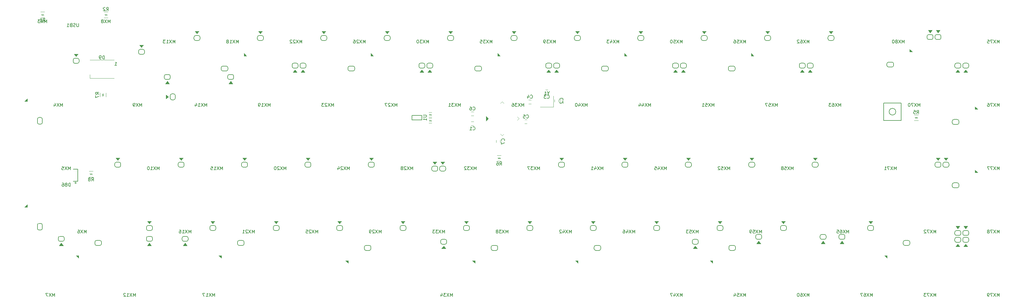
<source format=gbr>
G04 #@! TF.GenerationSoftware,KiCad,Pcbnew,(5.1.10)-1*
G04 #@! TF.CreationDate,2022-02-11T01:48:37+07:00*
G04 #@! TF.ProjectId,uso!VNC,75736f21-564e-4432-9e6b-696361645f70,rev?*
G04 #@! TF.SameCoordinates,Original*
G04 #@! TF.FileFunction,Legend,Bot*
G04 #@! TF.FilePolarity,Positive*
%FSLAX45Y45*%
G04 Gerber Fmt 4.5, Leading zero omitted, Abs format (unit mm)*
G04 Created by KiCad (PCBNEW (5.1.10)-1) date 2022-02-11 01:48:37*
%MOMM*%
%LPD*%
G01*
G04 APERTURE LIST*
%ADD10C,0.150000*%
%ADD11C,0.120000*%
%ADD12C,0.100000*%
G04 APERTURE END LIST*
D10*
X31353985Y-6221031D02*
G75*
G03*
X31353985Y-6221031I-100000J0D01*
G01*
X30993985Y-5961031D02*
X30993985Y-6481031D01*
X31513985Y-5961031D02*
X30993985Y-5961031D01*
X31513985Y-6481031D02*
X31513985Y-5961031D01*
X30993985Y-6481031D02*
X31513985Y-6481031D01*
D11*
X19475034Y-6888657D02*
X19526299Y-6939922D01*
X19526299Y-6939922D02*
X19577564Y-6888657D01*
X19577564Y-5970125D02*
X19526299Y-5918860D01*
X19526299Y-5918860D02*
X19475034Y-5970125D01*
X19985565Y-6378126D02*
X20036830Y-6429391D01*
X20036830Y-6429391D02*
X19985565Y-6480656D01*
D12*
G36*
X19041365Y-6357549D02*
G01*
X19113207Y-6429391D01*
X19041365Y-6501233D01*
X19041365Y-6357549D01*
G37*
X19041365Y-6357549D02*
X19113207Y-6429391D01*
X19041365Y-6501233D01*
X19041365Y-6357549D01*
G36*
X33456647Y-10199401D02*
G01*
X33396647Y-10279401D01*
X33516647Y-10279401D01*
X33456647Y-10199401D01*
G37*
X33456647Y-10199401D02*
X33396647Y-10279401D01*
X33516647Y-10279401D01*
X33456647Y-10199401D01*
D10*
X33546647Y-10099397D02*
X33546647Y-10049401D01*
X33416647Y-9999401D02*
X33496647Y-9999401D01*
X33366647Y-10049405D02*
X33366647Y-10099401D01*
X33416647Y-10149401D02*
X33496647Y-10149401D01*
X33366647Y-10099401D02*
G75*
G03*
X33416647Y-10149401I50000J0D01*
G01*
X33416647Y-9999401D02*
G75*
G03*
X33366647Y-10049401I0J-50000D01*
G01*
X33546647Y-10049401D02*
G75*
G03*
X33496647Y-9999401I-50000J0D01*
G01*
X33496647Y-10149401D02*
G75*
G03*
X33546647Y-10099401I0J50000D01*
G01*
D12*
G36*
X33218521Y-10199401D02*
G01*
X33158521Y-10279401D01*
X33278521Y-10279401D01*
X33218521Y-10199401D01*
G37*
X33218521Y-10199401D02*
X33158521Y-10279401D01*
X33278521Y-10279401D01*
X33218521Y-10199401D01*
D10*
X33308521Y-10099397D02*
X33308521Y-10049401D01*
X33178521Y-9999401D02*
X33258521Y-9999401D01*
X33128521Y-10049405D02*
X33128521Y-10099401D01*
X33178521Y-10149401D02*
X33258521Y-10149401D01*
X33128521Y-10099401D02*
G75*
G03*
X33178521Y-10149401I50000J0D01*
G01*
X33178521Y-9999401D02*
G75*
G03*
X33128521Y-10049401I0J-50000D01*
G01*
X33308521Y-10049401D02*
G75*
G03*
X33258521Y-9999401I-50000J0D01*
G01*
X33258521Y-10149401D02*
G75*
G03*
X33308521Y-10099401I0J50000D01*
G01*
D12*
G36*
X32861333Y-7689785D02*
G01*
X32921333Y-7609785D01*
X32801333Y-7609785D01*
X32861333Y-7689785D01*
G37*
X32861333Y-7689785D02*
X32921333Y-7609785D01*
X32801333Y-7609785D01*
X32861333Y-7689785D01*
D10*
X32771333Y-7789789D02*
X32771333Y-7839785D01*
X32901333Y-7889785D02*
X32821333Y-7889785D01*
X32951333Y-7839781D02*
X32951333Y-7789785D01*
X32901333Y-7739785D02*
X32821333Y-7739785D01*
X32951333Y-7789785D02*
G75*
G03*
X32901333Y-7739785I-50000J0D01*
G01*
X32901333Y-7889785D02*
G75*
G03*
X32951333Y-7839785I0J50000D01*
G01*
X32771333Y-7839785D02*
G75*
G03*
X32821333Y-7889785I50000J0D01*
G01*
X32821333Y-7739785D02*
G75*
G03*
X32771333Y-7789785I0J-50000D01*
G01*
D12*
G36*
X27235615Y-10110104D02*
G01*
X27175615Y-10190104D01*
X27295615Y-10190104D01*
X27235615Y-10110104D01*
G37*
X27235615Y-10110104D02*
X27175615Y-10190104D01*
X27295615Y-10190104D01*
X27235615Y-10110104D01*
D10*
X27325615Y-10010100D02*
X27325615Y-9960104D01*
X27195615Y-9910104D02*
X27275615Y-9910104D01*
X27145615Y-9960108D02*
X27145615Y-10010104D01*
X27195615Y-10060104D02*
X27275615Y-10060104D01*
X27145615Y-10010104D02*
G75*
G03*
X27195615Y-10060104I50000J0D01*
G01*
X27195615Y-9910104D02*
G75*
G03*
X27145615Y-9960104I0J-50000D01*
G01*
X27325615Y-9960104D02*
G75*
G03*
X27275615Y-9910104I-50000J0D01*
G01*
X27275615Y-10060104D02*
G75*
G03*
X27325615Y-10010104I0J50000D01*
G01*
D12*
G36*
X25330611Y-10258932D02*
G01*
X25270611Y-10338932D01*
X25390611Y-10338932D01*
X25330611Y-10258932D01*
G37*
X25330611Y-10258932D02*
X25270611Y-10338932D01*
X25390611Y-10338932D01*
X25330611Y-10258932D01*
D10*
X25420611Y-10158928D02*
X25420611Y-10108932D01*
X25290611Y-10058932D02*
X25370611Y-10058932D01*
X25240611Y-10108936D02*
X25240611Y-10158932D01*
X25290611Y-10208932D02*
X25370611Y-10208932D01*
X25240611Y-10158932D02*
G75*
G03*
X25290611Y-10208932I50000J0D01*
G01*
X25290611Y-10058932D02*
G75*
G03*
X25240611Y-10108932I0J-50000D01*
G01*
X25420611Y-10108932D02*
G75*
G03*
X25370611Y-10058932I-50000J0D01*
G01*
X25370611Y-10208932D02*
G75*
G03*
X25420611Y-10158932I0J50000D01*
G01*
D12*
G36*
X32623207Y-7689785D02*
G01*
X32683207Y-7609785D01*
X32563207Y-7609785D01*
X32623207Y-7689785D01*
G37*
X32623207Y-7689785D02*
X32683207Y-7609785D01*
X32563207Y-7609785D01*
X32623207Y-7689785D01*
D10*
X32533207Y-7789789D02*
X32533207Y-7839785D01*
X32663207Y-7889785D02*
X32583207Y-7889785D01*
X32713207Y-7839781D02*
X32713207Y-7789785D01*
X32663207Y-7739785D02*
X32583207Y-7739785D01*
X32713207Y-7789785D02*
G75*
G03*
X32663207Y-7739785I-50000J0D01*
G01*
X32663207Y-7889785D02*
G75*
G03*
X32713207Y-7839785I0J50000D01*
G01*
X32533207Y-7839785D02*
G75*
G03*
X32583207Y-7889785I50000J0D01*
G01*
X32583207Y-7739785D02*
G75*
G03*
X32533207Y-7789785I0J-50000D01*
G01*
X5561889Y-6445797D02*
X5561889Y-6545797D01*
X5611889Y-6595797D02*
X5661889Y-6595797D01*
X5711889Y-6545797D02*
X5711889Y-6445797D01*
X5661889Y-6395797D02*
X5611889Y-6395797D01*
D12*
G36*
X5256889Y-5830797D02*
G01*
X5256889Y-5910797D01*
X5176889Y-5910797D01*
X5256889Y-5830797D01*
G37*
X5256889Y-5830797D02*
X5256889Y-5910797D01*
X5176889Y-5910797D01*
X5256889Y-5830797D01*
D10*
X5661889Y-6595797D02*
G75*
G03*
X5711889Y-6545797I0J50000D01*
G01*
X5711889Y-6445797D02*
G75*
G03*
X5661889Y-6395797I-50000J0D01*
G01*
X5611889Y-6395797D02*
G75*
G03*
X5561889Y-6445797I0J-50000D01*
G01*
X5561889Y-6545797D02*
G75*
G03*
X5611889Y-6595797I50000J0D01*
G01*
X5561889Y-9630727D02*
X5561889Y-9730727D01*
X5611889Y-9780727D02*
X5661889Y-9780727D01*
X5711889Y-9730727D02*
X5711889Y-9630727D01*
X5661889Y-9580727D02*
X5611889Y-9580727D01*
D12*
G36*
X5256889Y-9015727D02*
G01*
X5256889Y-9095727D01*
X5176889Y-9095727D01*
X5256889Y-9015727D01*
G37*
X5256889Y-9015727D02*
X5256889Y-9095727D01*
X5176889Y-9095727D01*
X5256889Y-9015727D01*
D10*
X5661889Y-9780727D02*
G75*
G03*
X5711889Y-9730727I0J50000D01*
G01*
X5711889Y-9630727D02*
G75*
G03*
X5661889Y-9580727I-50000J0D01*
G01*
X5611889Y-9580727D02*
G75*
G03*
X5561889Y-9630727I0J-50000D01*
G01*
X5561889Y-9730727D02*
G75*
G03*
X5611889Y-9780727I50000J0D01*
G01*
D12*
G36*
X17502232Y-7808848D02*
G01*
X17562232Y-7728848D01*
X17442232Y-7728848D01*
X17502232Y-7808848D01*
G37*
X17502232Y-7808848D02*
X17562232Y-7728848D01*
X17442232Y-7728848D01*
X17502232Y-7808848D01*
D10*
X17412232Y-7908851D02*
X17412232Y-7958848D01*
X17542232Y-8008848D02*
X17462232Y-8008848D01*
X17592232Y-7958844D02*
X17592232Y-7908848D01*
X17542232Y-7858848D02*
X17462232Y-7858848D01*
X17592232Y-7908848D02*
G75*
G03*
X17542232Y-7858848I-50000J0D01*
G01*
X17542232Y-8008848D02*
G75*
G03*
X17592232Y-7958848I0J50000D01*
G01*
X17412232Y-7958848D02*
G75*
G03*
X17462232Y-8008848I50000J0D01*
G01*
X17462232Y-7858848D02*
G75*
G03*
X17412232Y-7908848I0J-50000D01*
G01*
D12*
G36*
X33456647Y-9743618D02*
G01*
X33516647Y-9663618D01*
X33396647Y-9663618D01*
X33456647Y-9743618D01*
G37*
X33456647Y-9743618D02*
X33516647Y-9663618D01*
X33396647Y-9663618D01*
X33456647Y-9743618D01*
D10*
X33366647Y-9843622D02*
X33366647Y-9893618D01*
X33496647Y-9943618D02*
X33416647Y-9943618D01*
X33546647Y-9893614D02*
X33546647Y-9843618D01*
X33496647Y-9793618D02*
X33416647Y-9793618D01*
X33546647Y-9843618D02*
G75*
G03*
X33496647Y-9793618I-50000J0D01*
G01*
X33496647Y-9943618D02*
G75*
G03*
X33546647Y-9893618I0J50000D01*
G01*
X33366647Y-9893618D02*
G75*
G03*
X33416647Y-9943618I50000J0D01*
G01*
X33416647Y-9793618D02*
G75*
G03*
X33366647Y-9843618I0J-50000D01*
G01*
D12*
G36*
X25122251Y-7689785D02*
G01*
X25182251Y-7609785D01*
X25062251Y-7609785D01*
X25122251Y-7689785D01*
G37*
X25122251Y-7689785D02*
X25182251Y-7609785D01*
X25062251Y-7609785D01*
X25122251Y-7689785D01*
D10*
X25032251Y-7789789D02*
X25032251Y-7839785D01*
X25162251Y-7889785D02*
X25082251Y-7889785D01*
X25212251Y-7839781D02*
X25212251Y-7789785D01*
X25162251Y-7739785D02*
X25082251Y-7739785D01*
X25212251Y-7789785D02*
G75*
G03*
X25162251Y-7739785I-50000J0D01*
G01*
X25162251Y-7889785D02*
G75*
G03*
X25212251Y-7839785I0J50000D01*
G01*
X25032251Y-7839785D02*
G75*
G03*
X25082251Y-7889785I50000J0D01*
G01*
X25082251Y-7739785D02*
G75*
G03*
X25032251Y-7789785I0J-50000D01*
G01*
D12*
G36*
X27027256Y-7689785D02*
G01*
X27087256Y-7609785D01*
X26967256Y-7609785D01*
X27027256Y-7689785D01*
G37*
X27027256Y-7689785D02*
X27087256Y-7609785D01*
X26967256Y-7609785D01*
X27027256Y-7689785D01*
D10*
X26937256Y-7789789D02*
X26937256Y-7839785D01*
X27067256Y-7889785D02*
X26987256Y-7889785D01*
X27117256Y-7839781D02*
X27117256Y-7789785D01*
X27067256Y-7739785D02*
X26987256Y-7739785D01*
X27117256Y-7789785D02*
G75*
G03*
X27067256Y-7739785I-50000J0D01*
G01*
X27067256Y-7889785D02*
G75*
G03*
X27117256Y-7839785I0J50000D01*
G01*
X26937256Y-7839785D02*
G75*
G03*
X26987256Y-7889785I50000J0D01*
G01*
X26987256Y-7739785D02*
G75*
G03*
X26937256Y-7789785I0J-50000D01*
G01*
D12*
G36*
X24169748Y-9594790D02*
G01*
X24229748Y-9514790D01*
X24109748Y-9514790D01*
X24169748Y-9594790D01*
G37*
X24169748Y-9594790D02*
X24229748Y-9514790D01*
X24109748Y-9514790D01*
X24169748Y-9594790D01*
D10*
X24079748Y-9694794D02*
X24079748Y-9744790D01*
X24209748Y-9794790D02*
X24129748Y-9794790D01*
X24259748Y-9744786D02*
X24259748Y-9694790D01*
X24209748Y-9644790D02*
X24129748Y-9644790D01*
X24259748Y-9694790D02*
G75*
G03*
X24209748Y-9644790I-50000J0D01*
G01*
X24209748Y-9794790D02*
G75*
G03*
X24259748Y-9744790I0J50000D01*
G01*
X24079748Y-9744790D02*
G75*
G03*
X24129748Y-9794790I50000J0D01*
G01*
X24129748Y-9644790D02*
G75*
G03*
X24079748Y-9694790I0J-50000D01*
G01*
D12*
G36*
X23217246Y-7689785D02*
G01*
X23277246Y-7609785D01*
X23157246Y-7609785D01*
X23217246Y-7689785D01*
G37*
X23217246Y-7689785D02*
X23277246Y-7609785D01*
X23157246Y-7609785D01*
X23217246Y-7689785D01*
D10*
X23127246Y-7789789D02*
X23127246Y-7839785D01*
X23257246Y-7889785D02*
X23177246Y-7889785D01*
X23307246Y-7839781D02*
X23307246Y-7789785D01*
X23257246Y-7739785D02*
X23177246Y-7739785D01*
X23307246Y-7789785D02*
G75*
G03*
X23257246Y-7739785I-50000J0D01*
G01*
X23257246Y-7889785D02*
G75*
G03*
X23307246Y-7839785I0J50000D01*
G01*
X23127246Y-7839785D02*
G75*
G03*
X23177246Y-7889785I50000J0D01*
G01*
X23177246Y-7739785D02*
G75*
G03*
X23127246Y-7789785I0J-50000D01*
G01*
D12*
G36*
X29170386Y-10110104D02*
G01*
X29110386Y-10190104D01*
X29230386Y-10190104D01*
X29170386Y-10110104D01*
G37*
X29170386Y-10110104D02*
X29110386Y-10190104D01*
X29230386Y-10190104D01*
X29170386Y-10110104D01*
D10*
X29260386Y-10010100D02*
X29260386Y-9960104D01*
X29130386Y-9910104D02*
X29210386Y-9910104D01*
X29080386Y-9960108D02*
X29080386Y-10010104D01*
X29130386Y-10060104D02*
X29210386Y-10060104D01*
X29080386Y-10010104D02*
G75*
G03*
X29130386Y-10060104I50000J0D01*
G01*
X29130386Y-9910104D02*
G75*
G03*
X29080386Y-9960104I0J-50000D01*
G01*
X29260386Y-9960104D02*
G75*
G03*
X29210386Y-9910104I-50000J0D01*
G01*
X29210386Y-10060104D02*
G75*
G03*
X29260386Y-10010104I0J50000D01*
G01*
D12*
G36*
X26074753Y-9594790D02*
G01*
X26134753Y-9514790D01*
X26014753Y-9514790D01*
X26074753Y-9594790D01*
G37*
X26074753Y-9594790D02*
X26134753Y-9514790D01*
X26014753Y-9514790D01*
X26074753Y-9594790D01*
D10*
X25984753Y-9694794D02*
X25984753Y-9744790D01*
X26114753Y-9794790D02*
X26034753Y-9794790D01*
X26164753Y-9744786D02*
X26164753Y-9694790D01*
X26114753Y-9644790D02*
X26034753Y-9644790D01*
X26164753Y-9694790D02*
G75*
G03*
X26114753Y-9644790I-50000J0D01*
G01*
X26114753Y-9794790D02*
G75*
G03*
X26164753Y-9744790I0J50000D01*
G01*
X25984753Y-9744790D02*
G75*
G03*
X26034753Y-9794790I50000J0D01*
G01*
X26034753Y-9644790D02*
G75*
G03*
X25984753Y-9694790I0J-50000D01*
G01*
D12*
G36*
X28932260Y-7689785D02*
G01*
X28992260Y-7609785D01*
X28872260Y-7609785D01*
X28932260Y-7689785D01*
G37*
X28932260Y-7689785D02*
X28992260Y-7609785D01*
X28872260Y-7609785D01*
X28932260Y-7689785D01*
D10*
X28842260Y-7789789D02*
X28842260Y-7839785D01*
X28972260Y-7889785D02*
X28892260Y-7889785D01*
X29022260Y-7839781D02*
X29022260Y-7789785D01*
X28972260Y-7739785D02*
X28892260Y-7739785D01*
X29022260Y-7789785D02*
G75*
G03*
X28972260Y-7739785I-50000J0D01*
G01*
X28972260Y-7889785D02*
G75*
G03*
X29022260Y-7839785I0J50000D01*
G01*
X28842260Y-7839785D02*
G75*
G03*
X28892260Y-7889785I50000J0D01*
G01*
X28892260Y-7739785D02*
G75*
G03*
X28842260Y-7789785I0J-50000D01*
G01*
D12*
G36*
X30599133Y-9594790D02*
G01*
X30659133Y-9514790D01*
X30539133Y-9514790D01*
X30599133Y-9594790D01*
G37*
X30599133Y-9594790D02*
X30659133Y-9514790D01*
X30539133Y-9514790D01*
X30599133Y-9594790D01*
D10*
X30509133Y-9694794D02*
X30509133Y-9744790D01*
X30639133Y-9794790D02*
X30559133Y-9794790D01*
X30689133Y-9744786D02*
X30689133Y-9694790D01*
X30639133Y-9644790D02*
X30559133Y-9644790D01*
X30689133Y-9694790D02*
G75*
G03*
X30639133Y-9644790I-50000J0D01*
G01*
X30639133Y-9794790D02*
G75*
G03*
X30689133Y-9744790I0J50000D01*
G01*
X30509133Y-9744790D02*
G75*
G03*
X30559133Y-9794790I50000J0D01*
G01*
X30559133Y-9644790D02*
G75*
G03*
X30509133Y-9694790I0J-50000D01*
G01*
D12*
G36*
X29735934Y-10110104D02*
G01*
X29675934Y-10190104D01*
X29795934Y-10190104D01*
X29735934Y-10110104D01*
G37*
X29735934Y-10110104D02*
X29675934Y-10190104D01*
X29795934Y-10190104D01*
X29735934Y-10110104D01*
D10*
X29825934Y-10010100D02*
X29825934Y-9960104D01*
X29695934Y-9910104D02*
X29775934Y-9910104D01*
X29645934Y-9960108D02*
X29645934Y-10010104D01*
X29695934Y-10060104D02*
X29775934Y-10060104D01*
X29645934Y-10010104D02*
G75*
G03*
X29695934Y-10060104I50000J0D01*
G01*
X29695934Y-9910104D02*
G75*
G03*
X29645934Y-9960104I0J-50000D01*
G01*
X29825934Y-9960104D02*
G75*
G03*
X29775934Y-9910104I-50000J0D01*
G01*
X29775934Y-10060104D02*
G75*
G03*
X29825934Y-10010104I0J50000D01*
G01*
D12*
G36*
X27979758Y-9594790D02*
G01*
X28039758Y-9514790D01*
X27919758Y-9514790D01*
X27979758Y-9594790D01*
G37*
X27979758Y-9594790D02*
X28039758Y-9514790D01*
X27919758Y-9514790D01*
X27979758Y-9594790D01*
D10*
X27889758Y-9694794D02*
X27889758Y-9744790D01*
X28019758Y-9794790D02*
X27939758Y-9794790D01*
X28069758Y-9744786D02*
X28069758Y-9694790D01*
X28019758Y-9644790D02*
X27939758Y-9644790D01*
X28069758Y-9694790D02*
G75*
G03*
X28019758Y-9644790I-50000J0D01*
G01*
X28019758Y-9794790D02*
G75*
G03*
X28069758Y-9744790I0J50000D01*
G01*
X27889758Y-9744790D02*
G75*
G03*
X27939758Y-9794790I50000J0D01*
G01*
X27939758Y-9644790D02*
G75*
G03*
X27889758Y-9694790I0J-50000D01*
G01*
D12*
G36*
X33218521Y-9743618D02*
G01*
X33278521Y-9663618D01*
X33158521Y-9663618D01*
X33218521Y-9743618D01*
G37*
X33218521Y-9743618D02*
X33278521Y-9663618D01*
X33158521Y-9663618D01*
X33218521Y-9743618D01*
D10*
X33128521Y-9843622D02*
X33128521Y-9893618D01*
X33258521Y-9943618D02*
X33178521Y-9943618D01*
X33308521Y-9893614D02*
X33308521Y-9843618D01*
X33258521Y-9793618D02*
X33178521Y-9793618D01*
X33308521Y-9843618D02*
G75*
G03*
X33258521Y-9793618I-50000J0D01*
G01*
X33258521Y-9943618D02*
G75*
G03*
X33308521Y-9893618I0J50000D01*
G01*
X33128521Y-9893618D02*
G75*
G03*
X33178521Y-9943618I50000J0D01*
G01*
X33178521Y-9793618D02*
G75*
G03*
X33128521Y-9843618I0J-50000D01*
G01*
D12*
G36*
X20359739Y-9594790D02*
G01*
X20419739Y-9514790D01*
X20299739Y-9514790D01*
X20359739Y-9594790D01*
G37*
X20359739Y-9594790D02*
X20419739Y-9514790D01*
X20299739Y-9514790D01*
X20359739Y-9594790D01*
D10*
X20269739Y-9694794D02*
X20269739Y-9744790D01*
X20399739Y-9794790D02*
X20319739Y-9794790D01*
X20449739Y-9744786D02*
X20449739Y-9694790D01*
X20399739Y-9644790D02*
X20319739Y-9644790D01*
X20449739Y-9694790D02*
G75*
G03*
X20399739Y-9644790I-50000J0D01*
G01*
X20399739Y-9794790D02*
G75*
G03*
X20449739Y-9744790I0J50000D01*
G01*
X20269739Y-9744790D02*
G75*
G03*
X20319739Y-9794790I50000J0D01*
G01*
X20319739Y-9644790D02*
G75*
G03*
X20269739Y-9694790I0J-50000D01*
G01*
D12*
G36*
X22264744Y-9594790D02*
G01*
X22324744Y-9514790D01*
X22204744Y-9514790D01*
X22264744Y-9594790D01*
G37*
X22264744Y-9594790D02*
X22324744Y-9514790D01*
X22204744Y-9514790D01*
X22264744Y-9594790D01*
D10*
X22174744Y-9694794D02*
X22174744Y-9744790D01*
X22304744Y-9794790D02*
X22224744Y-9794790D01*
X22354744Y-9744786D02*
X22354744Y-9694790D01*
X22304744Y-9644790D02*
X22224744Y-9644790D01*
X22354744Y-9694790D02*
G75*
G03*
X22304744Y-9644790I-50000J0D01*
G01*
X22304744Y-9794790D02*
G75*
G03*
X22354744Y-9744790I0J50000D01*
G01*
X22174744Y-9744790D02*
G75*
G03*
X22224744Y-9794790I50000J0D01*
G01*
X22224744Y-9644790D02*
G75*
G03*
X22174744Y-9694790I0J-50000D01*
G01*
D12*
G36*
X21312241Y-7689785D02*
G01*
X21372241Y-7609785D01*
X21252241Y-7609785D01*
X21312241Y-7689785D01*
G37*
X21312241Y-7689785D02*
X21372241Y-7609785D01*
X21252241Y-7609785D01*
X21312241Y-7689785D01*
D10*
X21222241Y-7789789D02*
X21222241Y-7839785D01*
X21352241Y-7889785D02*
X21272241Y-7889785D01*
X21402241Y-7839781D02*
X21402241Y-7789785D01*
X21352241Y-7739785D02*
X21272241Y-7739785D01*
X21402241Y-7789785D02*
G75*
G03*
X21352241Y-7739785I-50000J0D01*
G01*
X21352241Y-7889785D02*
G75*
G03*
X21402241Y-7839785I0J50000D01*
G01*
X21222241Y-7839785D02*
G75*
G03*
X21272241Y-7889785I50000J0D01*
G01*
X21272241Y-7739785D02*
G75*
G03*
X21222241Y-7789785I0J-50000D01*
G01*
D12*
G36*
X17770123Y-10258932D02*
G01*
X17710123Y-10338932D01*
X17830123Y-10338932D01*
X17770123Y-10258932D01*
G37*
X17770123Y-10258932D02*
X17710123Y-10338932D01*
X17830123Y-10338932D01*
X17770123Y-10258932D01*
D10*
X17860123Y-10158928D02*
X17860123Y-10108932D01*
X17730123Y-10058932D02*
X17810123Y-10058932D01*
X17680123Y-10108936D02*
X17680123Y-10158932D01*
X17730123Y-10208932D02*
X17810123Y-10208932D01*
X17680123Y-10158932D02*
G75*
G03*
X17730123Y-10208932I50000J0D01*
G01*
X17730123Y-10058932D02*
G75*
G03*
X17680123Y-10108932I0J-50000D01*
G01*
X17860123Y-10108932D02*
G75*
G03*
X17810123Y-10058932I-50000J0D01*
G01*
X17810123Y-10208932D02*
G75*
G03*
X17860123Y-10158932I0J50000D01*
G01*
D12*
G36*
X18454734Y-9594790D02*
G01*
X18514734Y-9514790D01*
X18394734Y-9514790D01*
X18454734Y-9594790D01*
G37*
X18454734Y-9594790D02*
X18514734Y-9514790D01*
X18394734Y-9514790D01*
X18454734Y-9594790D01*
D10*
X18364734Y-9694794D02*
X18364734Y-9744790D01*
X18494734Y-9794790D02*
X18414734Y-9794790D01*
X18544734Y-9744786D02*
X18544734Y-9694790D01*
X18494734Y-9644790D02*
X18414734Y-9644790D01*
X18544734Y-9694790D02*
G75*
G03*
X18494734Y-9644790I-50000J0D01*
G01*
X18494734Y-9794790D02*
G75*
G03*
X18544734Y-9744790I0J50000D01*
G01*
X18364734Y-9744790D02*
G75*
G03*
X18414734Y-9794790I50000J0D01*
G01*
X18414734Y-9644790D02*
G75*
G03*
X18364734Y-9694790I0J-50000D01*
G01*
D12*
G36*
X17740357Y-7808848D02*
G01*
X17800357Y-7728848D01*
X17680357Y-7728848D01*
X17740357Y-7808848D01*
G37*
X17740357Y-7808848D02*
X17800357Y-7728848D01*
X17680357Y-7728848D01*
X17740357Y-7808848D01*
D10*
X17650357Y-7908851D02*
X17650357Y-7958848D01*
X17780357Y-8008848D02*
X17700357Y-8008848D01*
X17830357Y-7958844D02*
X17830357Y-7908848D01*
X17780357Y-7858848D02*
X17700357Y-7858848D01*
X17830357Y-7908848D02*
G75*
G03*
X17780357Y-7858848I-50000J0D01*
G01*
X17780357Y-8008848D02*
G75*
G03*
X17830357Y-7958848I0J50000D01*
G01*
X17650357Y-7958848D02*
G75*
G03*
X17700357Y-8008848I50000J0D01*
G01*
X17700357Y-7858848D02*
G75*
G03*
X17650357Y-7908848I0J-50000D01*
G01*
D12*
G36*
X16549729Y-9594790D02*
G01*
X16609729Y-9514790D01*
X16489729Y-9514790D01*
X16549729Y-9594790D01*
G37*
X16549729Y-9594790D02*
X16609729Y-9514790D01*
X16489729Y-9514790D01*
X16549729Y-9594790D01*
D10*
X16459729Y-9694794D02*
X16459729Y-9744790D01*
X16589729Y-9794790D02*
X16509729Y-9794790D01*
X16639729Y-9744786D02*
X16639729Y-9694790D01*
X16589729Y-9644790D02*
X16509729Y-9644790D01*
X16639729Y-9694790D02*
G75*
G03*
X16589729Y-9644790I-50000J0D01*
G01*
X16589729Y-9794790D02*
G75*
G03*
X16639729Y-9744790I0J50000D01*
G01*
X16459729Y-9744790D02*
G75*
G03*
X16509729Y-9794790I50000J0D01*
G01*
X16509729Y-9644790D02*
G75*
G03*
X16459729Y-9694790I0J-50000D01*
G01*
D12*
G36*
X7977208Y-7689785D02*
G01*
X8037208Y-7609785D01*
X7917208Y-7609785D01*
X7977208Y-7689785D01*
G37*
X7977208Y-7689785D02*
X8037208Y-7609785D01*
X7917208Y-7609785D01*
X7977208Y-7689785D01*
D10*
X7887208Y-7789789D02*
X7887208Y-7839785D01*
X8017208Y-7889785D02*
X7937208Y-7889785D01*
X8067208Y-7839781D02*
X8067208Y-7789785D01*
X8017208Y-7739785D02*
X7937208Y-7739785D01*
X8067208Y-7789785D02*
G75*
G03*
X8017208Y-7739785I-50000J0D01*
G01*
X8017208Y-7889785D02*
G75*
G03*
X8067208Y-7839785I0J50000D01*
G01*
X7887208Y-7839785D02*
G75*
G03*
X7937208Y-7889785I50000J0D01*
G01*
X7937208Y-7739785D02*
G75*
G03*
X7887208Y-7789785I0J-50000D01*
G01*
D12*
G36*
X9882212Y-7689785D02*
G01*
X9942212Y-7609785D01*
X9822212Y-7609785D01*
X9882212Y-7689785D01*
G37*
X9882212Y-7689785D02*
X9942212Y-7609785D01*
X9822212Y-7609785D01*
X9882212Y-7689785D01*
D10*
X9792212Y-7789789D02*
X9792212Y-7839785D01*
X9922212Y-7889785D02*
X9842212Y-7889785D01*
X9972212Y-7839781D02*
X9972212Y-7789785D01*
X9922212Y-7739785D02*
X9842212Y-7739785D01*
X9972212Y-7789785D02*
G75*
G03*
X9922212Y-7739785I-50000J0D01*
G01*
X9922212Y-7889785D02*
G75*
G03*
X9972212Y-7839785I0J50000D01*
G01*
X9792212Y-7839785D02*
G75*
G03*
X9842212Y-7889785I50000J0D01*
G01*
X9842212Y-7739785D02*
G75*
G03*
X9792212Y-7789785I0J-50000D01*
G01*
D12*
G36*
X15597227Y-7689785D02*
G01*
X15657227Y-7609785D01*
X15537227Y-7609785D01*
X15597227Y-7689785D01*
G37*
X15597227Y-7689785D02*
X15657227Y-7609785D01*
X15537227Y-7609785D01*
X15597227Y-7689785D01*
D10*
X15507227Y-7789789D02*
X15507227Y-7839785D01*
X15637227Y-7889785D02*
X15557227Y-7889785D01*
X15687227Y-7839781D02*
X15687227Y-7789785D01*
X15637227Y-7739785D02*
X15557227Y-7739785D01*
X15687227Y-7789785D02*
G75*
G03*
X15637227Y-7739785I-50000J0D01*
G01*
X15637227Y-7889785D02*
G75*
G03*
X15687227Y-7839785I0J50000D01*
G01*
X15507227Y-7839785D02*
G75*
G03*
X15557227Y-7889785I50000J0D01*
G01*
X15557227Y-7739785D02*
G75*
G03*
X15507227Y-7789785I0J-50000D01*
G01*
D12*
G36*
X8929710Y-9594790D02*
G01*
X8989710Y-9514790D01*
X8869710Y-9514790D01*
X8929710Y-9594790D01*
G37*
X8929710Y-9594790D02*
X8989710Y-9514790D01*
X8869710Y-9514790D01*
X8929710Y-9594790D01*
D10*
X8839710Y-9694794D02*
X8839710Y-9744790D01*
X8969710Y-9794790D02*
X8889710Y-9794790D01*
X9019710Y-9744786D02*
X9019710Y-9694790D01*
X8969710Y-9644790D02*
X8889710Y-9644790D01*
X9019710Y-9694790D02*
G75*
G03*
X8969710Y-9644790I-50000J0D01*
G01*
X8969710Y-9794790D02*
G75*
G03*
X9019710Y-9744790I0J50000D01*
G01*
X8839710Y-9744790D02*
G75*
G03*
X8889710Y-9794790I50000J0D01*
G01*
X8889710Y-9644790D02*
G75*
G03*
X8839710Y-9694790I0J-50000D01*
G01*
D12*
G36*
X13692222Y-7689785D02*
G01*
X13752222Y-7609785D01*
X13632222Y-7609785D01*
X13692222Y-7689785D01*
G37*
X13692222Y-7689785D02*
X13752222Y-7609785D01*
X13632222Y-7609785D01*
X13692222Y-7689785D01*
D10*
X13602222Y-7789789D02*
X13602222Y-7839785D01*
X13732222Y-7889785D02*
X13652222Y-7889785D01*
X13782222Y-7839781D02*
X13782222Y-7789785D01*
X13732222Y-7739785D02*
X13652222Y-7739785D01*
X13782222Y-7789785D02*
G75*
G03*
X13732222Y-7739785I-50000J0D01*
G01*
X13732222Y-7889785D02*
G75*
G03*
X13782222Y-7839785I0J50000D01*
G01*
X13602222Y-7839785D02*
G75*
G03*
X13652222Y-7889785I50000J0D01*
G01*
X13652222Y-7739785D02*
G75*
G03*
X13602222Y-7789785I0J-50000D01*
G01*
D12*
G36*
X10001275Y-10169635D02*
G01*
X9941275Y-10249635D01*
X10061275Y-10249635D01*
X10001275Y-10169635D01*
G37*
X10001275Y-10169635D02*
X9941275Y-10249635D01*
X10061275Y-10249635D01*
X10001275Y-10169635D01*
D10*
X10091275Y-10069631D02*
X10091275Y-10019635D01*
X9961275Y-9969635D02*
X10041275Y-9969635D01*
X9911275Y-10019639D02*
X9911275Y-10069635D01*
X9961275Y-10119635D02*
X10041275Y-10119635D01*
X9911275Y-10069635D02*
G75*
G03*
X9961275Y-10119635I50000J0D01*
G01*
X9961275Y-9969635D02*
G75*
G03*
X9911275Y-10019635I0J-50000D01*
G01*
X10091275Y-10019635D02*
G75*
G03*
X10041275Y-9969635I-50000J0D01*
G01*
X10041275Y-10119635D02*
G75*
G03*
X10091275Y-10069635I0J50000D01*
G01*
D12*
G36*
X10834715Y-9594790D02*
G01*
X10894715Y-9514790D01*
X10774715Y-9514790D01*
X10834715Y-9594790D01*
G37*
X10834715Y-9594790D02*
X10894715Y-9514790D01*
X10774715Y-9514790D01*
X10834715Y-9594790D01*
D10*
X10744715Y-9694794D02*
X10744715Y-9744790D01*
X10874715Y-9794790D02*
X10794715Y-9794790D01*
X10924715Y-9744786D02*
X10924715Y-9694790D01*
X10874715Y-9644790D02*
X10794715Y-9644790D01*
X10924715Y-9694790D02*
G75*
G03*
X10874715Y-9644790I-50000J0D01*
G01*
X10874715Y-9794790D02*
G75*
G03*
X10924715Y-9744790I0J50000D01*
G01*
X10744715Y-9744790D02*
G75*
G03*
X10794715Y-9794790I50000J0D01*
G01*
X10794715Y-9644790D02*
G75*
G03*
X10744715Y-9694790I0J-50000D01*
G01*
D12*
G36*
X11787217Y-7689785D02*
G01*
X11847217Y-7609785D01*
X11727217Y-7609785D01*
X11787217Y-7689785D01*
G37*
X11787217Y-7689785D02*
X11847217Y-7609785D01*
X11727217Y-7609785D01*
X11787217Y-7689785D01*
D10*
X11697217Y-7789789D02*
X11697217Y-7839785D01*
X11827217Y-7889785D02*
X11747217Y-7889785D01*
X11877217Y-7839781D02*
X11877217Y-7789785D01*
X11827217Y-7739785D02*
X11747217Y-7739785D01*
X11877217Y-7789785D02*
G75*
G03*
X11827217Y-7739785I-50000J0D01*
G01*
X11827217Y-7889785D02*
G75*
G03*
X11877217Y-7839785I0J50000D01*
G01*
X11697217Y-7839785D02*
G75*
G03*
X11747217Y-7889785I50000J0D01*
G01*
X11747217Y-7739785D02*
G75*
G03*
X11697217Y-7789785I0J-50000D01*
G01*
D12*
G36*
X14644724Y-9594790D02*
G01*
X14704724Y-9514790D01*
X14584724Y-9514790D01*
X14644724Y-9594790D01*
G37*
X14644724Y-9594790D02*
X14704724Y-9514790D01*
X14584724Y-9514790D01*
X14644724Y-9594790D01*
D10*
X14554724Y-9694794D02*
X14554724Y-9744790D01*
X14684724Y-9794790D02*
X14604724Y-9794790D01*
X14734724Y-9744786D02*
X14734724Y-9694790D01*
X14684724Y-9644790D02*
X14604724Y-9644790D01*
X14734724Y-9694790D02*
G75*
G03*
X14684724Y-9644790I-50000J0D01*
G01*
X14684724Y-9794790D02*
G75*
G03*
X14734724Y-9744790I0J50000D01*
G01*
X14554724Y-9744790D02*
G75*
G03*
X14604724Y-9794790I50000J0D01*
G01*
X14604724Y-9644790D02*
G75*
G03*
X14554724Y-9694790I0J-50000D01*
G01*
D12*
G36*
X8929710Y-10169635D02*
G01*
X8869710Y-10249635D01*
X8989710Y-10249635D01*
X8929710Y-10169635D01*
G37*
X8929710Y-10169635D02*
X8869710Y-10249635D01*
X8989710Y-10249635D01*
X8929710Y-10169635D01*
D10*
X9019710Y-10069631D02*
X9019710Y-10019635D01*
X8889710Y-9969635D02*
X8969710Y-9969635D01*
X8839710Y-10019639D02*
X8839710Y-10069635D01*
X8889710Y-10119635D02*
X8969710Y-10119635D01*
X8839710Y-10069635D02*
G75*
G03*
X8889710Y-10119635I50000J0D01*
G01*
X8889710Y-9969635D02*
G75*
G03*
X8839710Y-10019635I0J-50000D01*
G01*
X9019710Y-10019635D02*
G75*
G03*
X8969710Y-9969635I-50000J0D01*
G01*
X8969710Y-10119635D02*
G75*
G03*
X9019710Y-10069635I0J50000D01*
G01*
D12*
G36*
X6280563Y-10169635D02*
G01*
X6220563Y-10249635D01*
X6340563Y-10249635D01*
X6280563Y-10169635D01*
G37*
X6280563Y-10169635D02*
X6220563Y-10249635D01*
X6340563Y-10249635D01*
X6280563Y-10169635D01*
D10*
X6370563Y-10069631D02*
X6370563Y-10019635D01*
X6240563Y-9969635D02*
X6320563Y-9969635D01*
X6190563Y-10019639D02*
X6190563Y-10069635D01*
X6240563Y-10119635D02*
X6320563Y-10119635D01*
X6190563Y-10069635D02*
G75*
G03*
X6240563Y-10119635I50000J0D01*
G01*
X6240563Y-9969635D02*
G75*
G03*
X6190563Y-10019635I0J-50000D01*
G01*
X6370563Y-10019635D02*
G75*
G03*
X6320563Y-9969635I-50000J0D01*
G01*
X6320563Y-10119635D02*
G75*
G03*
X6370563Y-10069635I0J50000D01*
G01*
D12*
G36*
X12739720Y-9594790D02*
G01*
X12799720Y-9514790D01*
X12679720Y-9514790D01*
X12739720Y-9594790D01*
G37*
X12739720Y-9594790D02*
X12799720Y-9514790D01*
X12679720Y-9514790D01*
X12739720Y-9594790D01*
D10*
X12649720Y-9694794D02*
X12649720Y-9744790D01*
X12779720Y-9794790D02*
X12699720Y-9794790D01*
X12829720Y-9744786D02*
X12829720Y-9694790D01*
X12779720Y-9644790D02*
X12699720Y-9644790D01*
X12829720Y-9694790D02*
G75*
G03*
X12779720Y-9644790I-50000J0D01*
G01*
X12779720Y-9794790D02*
G75*
G03*
X12829720Y-9744790I0J50000D01*
G01*
X12649720Y-9744790D02*
G75*
G03*
X12699720Y-9794790I50000J0D01*
G01*
X12699720Y-9644790D02*
G75*
G03*
X12649720Y-9694790I0J-50000D01*
G01*
D11*
X17408949Y-6417125D02*
X17323949Y-6417125D01*
X17408949Y-6557125D02*
X17323949Y-6557125D01*
D12*
X17341449Y-6507125D02*
X17331449Y-6467125D01*
X17391449Y-6467125D02*
X17381449Y-6507125D01*
X17401449Y-6507125D02*
X17391449Y-6467125D01*
X17381449Y-6507125D02*
X17371449Y-6467125D01*
X17371449Y-6467125D02*
X17361449Y-6507125D01*
X17361449Y-6507125D02*
X17351449Y-6467125D01*
X17351449Y-6467125D02*
X17341449Y-6507125D01*
D11*
X17408949Y-6242125D02*
X17323949Y-6242125D01*
X17408949Y-6382125D02*
X17323949Y-6382125D01*
D12*
X17341449Y-6332125D02*
X17331449Y-6292125D01*
X17391449Y-6292125D02*
X17381449Y-6332125D01*
X17401449Y-6332125D02*
X17391449Y-6292125D01*
X17381449Y-6332125D02*
X17371449Y-6292125D01*
X17371449Y-6292125D02*
X17361449Y-6332125D01*
X17361449Y-6332125D02*
X17351449Y-6292125D01*
X17351449Y-6292125D02*
X17341449Y-6332125D01*
G36*
X33218521Y-4960638D02*
G01*
X33158521Y-5040638D01*
X33278521Y-5040638D01*
X33218521Y-4960638D01*
G37*
X33218521Y-4960638D02*
X33158521Y-5040638D01*
X33278521Y-5040638D01*
X33218521Y-4960638D01*
D10*
X33308521Y-4860634D02*
X33308521Y-4810638D01*
X33178521Y-4760638D02*
X33258521Y-4760638D01*
X33128521Y-4810641D02*
X33128521Y-4860638D01*
X33178521Y-4910638D02*
X33258521Y-4910638D01*
X33128521Y-4860638D02*
G75*
G03*
X33178521Y-4910638I50000J0D01*
G01*
X33178521Y-4760638D02*
G75*
G03*
X33128521Y-4810638I0J-50000D01*
G01*
X33308521Y-4810638D02*
G75*
G03*
X33258521Y-4760638I-50000J0D01*
G01*
X33258521Y-4910638D02*
G75*
G03*
X33308521Y-4860638I0J50000D01*
G01*
D12*
G36*
X24735297Y-4960638D02*
G01*
X24675297Y-5040638D01*
X24795297Y-5040638D01*
X24735297Y-4960638D01*
G37*
X24735297Y-4960638D02*
X24675297Y-5040638D01*
X24795297Y-5040638D01*
X24735297Y-4960638D01*
D10*
X24825297Y-4860634D02*
X24825297Y-4810638D01*
X24695297Y-4760638D02*
X24775297Y-4760638D01*
X24645297Y-4810641D02*
X24645297Y-4860638D01*
X24695297Y-4910638D02*
X24775297Y-4910638D01*
X24645297Y-4860638D02*
G75*
G03*
X24695297Y-4910638I50000J0D01*
G01*
X24695297Y-4760638D02*
G75*
G03*
X24645297Y-4810638I0J-50000D01*
G01*
X24825297Y-4810638D02*
G75*
G03*
X24775297Y-4760638I-50000J0D01*
G01*
X24775297Y-4910638D02*
G75*
G03*
X24825297Y-4860638I0J50000D01*
G01*
D12*
G36*
X32385074Y-3850010D02*
G01*
X32445074Y-3770010D01*
X32325074Y-3770010D01*
X32385074Y-3850010D01*
G37*
X32385074Y-3850010D02*
X32445074Y-3770010D01*
X32325074Y-3770010D01*
X32385074Y-3850010D01*
D10*
X32295074Y-3950013D02*
X32295074Y-4000010D01*
X32425074Y-4050010D02*
X32345074Y-4050010D01*
X32475074Y-4000006D02*
X32475074Y-3950010D01*
X32425074Y-3900010D02*
X32345074Y-3900010D01*
X32475074Y-3950010D02*
G75*
G03*
X32425074Y-3900010I-50000J0D01*
G01*
X32425074Y-4050010D02*
G75*
G03*
X32475074Y-4000010I0J50000D01*
G01*
X32295074Y-4000010D02*
G75*
G03*
X32345074Y-4050010I50000J0D01*
G01*
X32345074Y-3900010D02*
G75*
G03*
X32295074Y-3950010I0J-50000D01*
G01*
D12*
G36*
X20925287Y-4960638D02*
G01*
X20865287Y-5040638D01*
X20985287Y-5040638D01*
X20925287Y-4960638D01*
G37*
X20925287Y-4960638D02*
X20865287Y-5040638D01*
X20985287Y-5040638D01*
X20925287Y-4960638D01*
D10*
X21015287Y-4860634D02*
X21015287Y-4810638D01*
X20885287Y-4760638D02*
X20965287Y-4760638D01*
X20835287Y-4810641D02*
X20835287Y-4860638D01*
X20885287Y-4910638D02*
X20965287Y-4910638D01*
X20835287Y-4860638D02*
G75*
G03*
X20885287Y-4910638I50000J0D01*
G01*
X20885287Y-4760638D02*
G75*
G03*
X20835287Y-4810638I0J-50000D01*
G01*
X21015287Y-4810638D02*
G75*
G03*
X20965287Y-4760638I-50000J0D01*
G01*
X20965287Y-4910638D02*
G75*
G03*
X21015287Y-4860638I0J50000D01*
G01*
D12*
G36*
X17978512Y-3879775D02*
G01*
X18038512Y-3799775D01*
X17918512Y-3799775D01*
X17978512Y-3879775D01*
G37*
X17978512Y-3879775D02*
X18038512Y-3799775D01*
X17918512Y-3799775D01*
X17978512Y-3879775D01*
D10*
X17888512Y-3979779D02*
X17888512Y-4029775D01*
X18018512Y-4079775D02*
X17938512Y-4079775D01*
X18068512Y-4029771D02*
X18068512Y-3979775D01*
X18018512Y-3929775D02*
X17938512Y-3929775D01*
X18068512Y-3979775D02*
G75*
G03*
X18018512Y-3929775I-50000J0D01*
G01*
X18018512Y-4079775D02*
G75*
G03*
X18068512Y-4029775I0J50000D01*
G01*
X17888512Y-4029775D02*
G75*
G03*
X17938512Y-4079775I50000J0D01*
G01*
X17938512Y-3929775D02*
G75*
G03*
X17888512Y-3979775I0J-50000D01*
G01*
D12*
G36*
X28783432Y-4960638D02*
G01*
X28723432Y-5040638D01*
X28843432Y-5040638D01*
X28783432Y-4960638D01*
G37*
X28783432Y-4960638D02*
X28723432Y-5040638D01*
X28843432Y-5040638D01*
X28783432Y-4960638D01*
D10*
X28873432Y-4860634D02*
X28873432Y-4810638D01*
X28743432Y-4760638D02*
X28823432Y-4760638D01*
X28693432Y-4810641D02*
X28693432Y-4860638D01*
X28743432Y-4910638D02*
X28823432Y-4910638D01*
X28693432Y-4860638D02*
G75*
G03*
X28743432Y-4910638I50000J0D01*
G01*
X28743432Y-4760638D02*
G75*
G03*
X28693432Y-4810638I0J-50000D01*
G01*
X28873432Y-4810638D02*
G75*
G03*
X28823432Y-4760638I-50000J0D01*
G01*
X28823432Y-4910638D02*
G75*
G03*
X28873432Y-4860638I0J50000D01*
G01*
D12*
G36*
X29408512Y-3879775D02*
G01*
X29468512Y-3799775D01*
X29348512Y-3799775D01*
X29408512Y-3879775D01*
G37*
X29408512Y-3879775D02*
X29468512Y-3799775D01*
X29348512Y-3799775D01*
X29408512Y-3879775D01*
D10*
X29318512Y-3979779D02*
X29318512Y-4029775D01*
X29448512Y-4079775D02*
X29368512Y-4079775D01*
X29498512Y-4029771D02*
X29498512Y-3979775D01*
X29448512Y-3929775D02*
X29368512Y-3929775D01*
X29498512Y-3979775D02*
G75*
G03*
X29448512Y-3929775I-50000J0D01*
G01*
X29448512Y-4079775D02*
G75*
G03*
X29498512Y-4029775I0J50000D01*
G01*
X29318512Y-4029775D02*
G75*
G03*
X29368512Y-4079775I50000J0D01*
G01*
X29368512Y-3929775D02*
G75*
G03*
X29318512Y-3979775I0J-50000D01*
G01*
D12*
G36*
X32623207Y-3850010D02*
G01*
X32683207Y-3770010D01*
X32563207Y-3770010D01*
X32623207Y-3850010D01*
G37*
X32623207Y-3850010D02*
X32683207Y-3770010D01*
X32563207Y-3770010D01*
X32623207Y-3850010D01*
D10*
X32533207Y-3950013D02*
X32533207Y-4000010D01*
X32663207Y-4050010D02*
X32583207Y-4050010D01*
X32713207Y-4000006D02*
X32713207Y-3950010D01*
X32663207Y-3900010D02*
X32583207Y-3900010D01*
X32713207Y-3950010D02*
G75*
G03*
X32663207Y-3900010I-50000J0D01*
G01*
X32663207Y-4050010D02*
G75*
G03*
X32713207Y-4000010I0J50000D01*
G01*
X32533207Y-4000010D02*
G75*
G03*
X32583207Y-4050010I50000J0D01*
G01*
X32583207Y-3900010D02*
G75*
G03*
X32533207Y-3950010I0J-50000D01*
G01*
D12*
G36*
X24973422Y-4960638D02*
G01*
X24913422Y-5040638D01*
X25033422Y-5040638D01*
X24973422Y-4960638D01*
G37*
X24973422Y-4960638D02*
X24913422Y-5040638D01*
X25033422Y-5040638D01*
X24973422Y-4960638D01*
D10*
X25063422Y-4860634D02*
X25063422Y-4810638D01*
X24933422Y-4760638D02*
X25013422Y-4760638D01*
X24883422Y-4810641D02*
X24883422Y-4860638D01*
X24933422Y-4910638D02*
X25013422Y-4910638D01*
X24883422Y-4860638D02*
G75*
G03*
X24933422Y-4910638I50000J0D01*
G01*
X24933422Y-4760638D02*
G75*
G03*
X24883422Y-4810638I0J-50000D01*
G01*
X25063422Y-4810638D02*
G75*
G03*
X25013422Y-4760638I-50000J0D01*
G01*
X25013422Y-4910638D02*
G75*
G03*
X25063422Y-4860638I0J50000D01*
G01*
D12*
G36*
X28545306Y-4960638D02*
G01*
X28485306Y-5040638D01*
X28605306Y-5040638D01*
X28545306Y-4960638D01*
G37*
X28545306Y-4960638D02*
X28485306Y-5040638D01*
X28605306Y-5040638D01*
X28545306Y-4960638D01*
D10*
X28635306Y-4860634D02*
X28635306Y-4810638D01*
X28505306Y-4760638D02*
X28585306Y-4760638D01*
X28455306Y-4810641D02*
X28455306Y-4860638D01*
X28505306Y-4910638D02*
X28585306Y-4910638D01*
X28455306Y-4860638D02*
G75*
G03*
X28505306Y-4910638I50000J0D01*
G01*
X28505306Y-4760638D02*
G75*
G03*
X28455306Y-4810638I0J-50000D01*
G01*
X28635306Y-4810638D02*
G75*
G03*
X28585306Y-4760638I-50000J0D01*
G01*
X28585306Y-4910638D02*
G75*
G03*
X28635306Y-4860638I0J50000D01*
G01*
D12*
G36*
X33456647Y-4960638D02*
G01*
X33396647Y-5040638D01*
X33516647Y-5040638D01*
X33456647Y-4960638D01*
G37*
X33456647Y-4960638D02*
X33396647Y-5040638D01*
X33516647Y-5040638D01*
X33456647Y-4960638D01*
D10*
X33546647Y-4860634D02*
X33546647Y-4810638D01*
X33416647Y-4760638D02*
X33496647Y-4760638D01*
X33366647Y-4810641D02*
X33366647Y-4860638D01*
X33416647Y-4910638D02*
X33496647Y-4910638D01*
X33366647Y-4860638D02*
G75*
G03*
X33416647Y-4910638I50000J0D01*
G01*
X33416647Y-4760638D02*
G75*
G03*
X33366647Y-4810638I0J-50000D01*
G01*
X33546647Y-4810638D02*
G75*
G03*
X33496647Y-4760638I-50000J0D01*
G01*
X33496647Y-4910638D02*
G75*
G03*
X33546647Y-4860638I0J50000D01*
G01*
D12*
G36*
X27503512Y-3879775D02*
G01*
X27563512Y-3799775D01*
X27443512Y-3799775D01*
X27503512Y-3879775D01*
G37*
X27503512Y-3879775D02*
X27563512Y-3799775D01*
X27443512Y-3799775D01*
X27503512Y-3879775D01*
D10*
X27413512Y-3979779D02*
X27413512Y-4029775D01*
X27543512Y-4079775D02*
X27463512Y-4079775D01*
X27593512Y-4029771D02*
X27593512Y-3979775D01*
X27543512Y-3929775D02*
X27463512Y-3929775D01*
X27593512Y-3979775D02*
G75*
G03*
X27543512Y-3929775I-50000J0D01*
G01*
X27543512Y-4079775D02*
G75*
G03*
X27593512Y-4029775I0J50000D01*
G01*
X27413512Y-4029775D02*
G75*
G03*
X27463512Y-4079775I50000J0D01*
G01*
X27463512Y-3929775D02*
G75*
G03*
X27413512Y-3979775I0J-50000D01*
G01*
D12*
G36*
X25598512Y-3879775D02*
G01*
X25658512Y-3799775D01*
X25538512Y-3799775D01*
X25598512Y-3879775D01*
G37*
X25598512Y-3879775D02*
X25658512Y-3799775D01*
X25538512Y-3799775D01*
X25598512Y-3879775D01*
D10*
X25508512Y-3979779D02*
X25508512Y-4029775D01*
X25638512Y-4079775D02*
X25558512Y-4079775D01*
X25688512Y-4029771D02*
X25688512Y-3979775D01*
X25638512Y-3929775D02*
X25558512Y-3929775D01*
X25688512Y-3979775D02*
G75*
G03*
X25638512Y-3929775I-50000J0D01*
G01*
X25638512Y-4079775D02*
G75*
G03*
X25688512Y-4029775I0J50000D01*
G01*
X25508512Y-4029775D02*
G75*
G03*
X25558512Y-4079775I50000J0D01*
G01*
X25558512Y-3929775D02*
G75*
G03*
X25508512Y-3979775I0J-50000D01*
G01*
D12*
G36*
X23693512Y-3879775D02*
G01*
X23753512Y-3799775D01*
X23633512Y-3799775D01*
X23693512Y-3879775D01*
G37*
X23693512Y-3879775D02*
X23753512Y-3799775D01*
X23633512Y-3799775D01*
X23693512Y-3879775D01*
D10*
X23603512Y-3979779D02*
X23603512Y-4029775D01*
X23733512Y-4079775D02*
X23653512Y-4079775D01*
X23783512Y-4029771D02*
X23783512Y-3979775D01*
X23733512Y-3929775D02*
X23653512Y-3929775D01*
X23783512Y-3979775D02*
G75*
G03*
X23733512Y-3929775I-50000J0D01*
G01*
X23733512Y-4079775D02*
G75*
G03*
X23783512Y-4029775I0J50000D01*
G01*
X23603512Y-4029775D02*
G75*
G03*
X23653512Y-4079775I50000J0D01*
G01*
X23653512Y-3929775D02*
G75*
G03*
X23603512Y-3979775I0J-50000D01*
G01*
D12*
G36*
X21163413Y-4960638D02*
G01*
X21103413Y-5040638D01*
X21223413Y-5040638D01*
X21163413Y-4960638D01*
G37*
X21163413Y-4960638D02*
X21103413Y-5040638D01*
X21223413Y-5040638D01*
X21163413Y-4960638D01*
D10*
X21253413Y-4860634D02*
X21253413Y-4810638D01*
X21123413Y-4760638D02*
X21203413Y-4760638D01*
X21073413Y-4810641D02*
X21073413Y-4860638D01*
X21123413Y-4910638D02*
X21203413Y-4910638D01*
X21073413Y-4860638D02*
G75*
G03*
X21123413Y-4910638I50000J0D01*
G01*
X21123413Y-4760638D02*
G75*
G03*
X21073413Y-4810638I0J-50000D01*
G01*
X21253413Y-4810638D02*
G75*
G03*
X21203413Y-4760638I-50000J0D01*
G01*
X21203413Y-4910638D02*
G75*
G03*
X21253413Y-4860638I0J50000D01*
G01*
D12*
G36*
X21788512Y-3879775D02*
G01*
X21848512Y-3799775D01*
X21728512Y-3799775D01*
X21788512Y-3879775D01*
G37*
X21788512Y-3879775D02*
X21848512Y-3799775D01*
X21728512Y-3799775D01*
X21788512Y-3879775D01*
D10*
X21698512Y-3979779D02*
X21698512Y-4029775D01*
X21828512Y-4079775D02*
X21748512Y-4079775D01*
X21878512Y-4029771D02*
X21878512Y-3979775D01*
X21828512Y-3929775D02*
X21748512Y-3929775D01*
X21878512Y-3979775D02*
G75*
G03*
X21828512Y-3929775I-50000J0D01*
G01*
X21828512Y-4079775D02*
G75*
G03*
X21878512Y-4029775I0J50000D01*
G01*
X21698512Y-4029775D02*
G75*
G03*
X21748512Y-4079775I50000J0D01*
G01*
X21748512Y-3929775D02*
G75*
G03*
X21698512Y-3979775I0J-50000D01*
G01*
D12*
G36*
X19883512Y-3879775D02*
G01*
X19943512Y-3799775D01*
X19823512Y-3799775D01*
X19883512Y-3879775D01*
G37*
X19883512Y-3879775D02*
X19943512Y-3799775D01*
X19823512Y-3799775D01*
X19883512Y-3879775D01*
D10*
X19793512Y-3979779D02*
X19793512Y-4029775D01*
X19923512Y-4079775D02*
X19843512Y-4079775D01*
X19973512Y-4029771D02*
X19973512Y-3979775D01*
X19923512Y-3929775D02*
X19843512Y-3929775D01*
X19973512Y-3979775D02*
G75*
G03*
X19923512Y-3929775I-50000J0D01*
G01*
X19923512Y-4079775D02*
G75*
G03*
X19973512Y-4029775I0J50000D01*
G01*
X19793512Y-4029775D02*
G75*
G03*
X19843512Y-4079775I50000J0D01*
G01*
X19843512Y-3929775D02*
G75*
G03*
X19793512Y-3979775I0J-50000D01*
G01*
D12*
G36*
X17353403Y-4960638D02*
G01*
X17293403Y-5040638D01*
X17413403Y-5040638D01*
X17353403Y-4960638D01*
G37*
X17353403Y-4960638D02*
X17293403Y-5040638D01*
X17413403Y-5040638D01*
X17353403Y-4960638D01*
D10*
X17443403Y-4860634D02*
X17443403Y-4810638D01*
X17313403Y-4760638D02*
X17393403Y-4760638D01*
X17263403Y-4810641D02*
X17263403Y-4860638D01*
X17313403Y-4910638D02*
X17393403Y-4910638D01*
X17263403Y-4860638D02*
G75*
G03*
X17313403Y-4910638I50000J0D01*
G01*
X17313403Y-4760638D02*
G75*
G03*
X17263403Y-4810638I0J-50000D01*
G01*
X17443403Y-4810638D02*
G75*
G03*
X17393403Y-4760638I-50000J0D01*
G01*
X17393403Y-4910638D02*
G75*
G03*
X17443403Y-4860638I0J50000D01*
G01*
D12*
G36*
X17115278Y-4960638D02*
G01*
X17055278Y-5040638D01*
X17175278Y-5040638D01*
X17115278Y-4960638D01*
G37*
X17115278Y-4960638D02*
X17055278Y-5040638D01*
X17175278Y-5040638D01*
X17115278Y-4960638D01*
D10*
X17205278Y-4860634D02*
X17205278Y-4810638D01*
X17075278Y-4760638D02*
X17155278Y-4760638D01*
X17025278Y-4810641D02*
X17025278Y-4860638D01*
X17075278Y-4910638D02*
X17155278Y-4910638D01*
X17025278Y-4860638D02*
G75*
G03*
X17075278Y-4910638I50000J0D01*
G01*
X17075278Y-4760638D02*
G75*
G03*
X17025278Y-4810638I0J-50000D01*
G01*
X17205278Y-4810638D02*
G75*
G03*
X17155278Y-4760638I-50000J0D01*
G01*
X17155278Y-4910638D02*
G75*
G03*
X17205278Y-4860638I0J50000D01*
G01*
D12*
G36*
X16073512Y-3879775D02*
G01*
X16133512Y-3799775D01*
X16013512Y-3799775D01*
X16073512Y-3879775D01*
G37*
X16073512Y-3879775D02*
X16133512Y-3799775D01*
X16013512Y-3799775D01*
X16073512Y-3879775D01*
D10*
X15983512Y-3979779D02*
X15983512Y-4029775D01*
X16113512Y-4079775D02*
X16033512Y-4079775D01*
X16163512Y-4029771D02*
X16163512Y-3979775D01*
X16113512Y-3929775D02*
X16033512Y-3929775D01*
X16163512Y-3979775D02*
G75*
G03*
X16113512Y-3929775I-50000J0D01*
G01*
X16113512Y-4079775D02*
G75*
G03*
X16163512Y-4029775I0J50000D01*
G01*
X15983512Y-4029775D02*
G75*
G03*
X16033512Y-4079775I50000J0D01*
G01*
X16033512Y-3929775D02*
G75*
G03*
X15983512Y-3979775I0J-50000D01*
G01*
D12*
G36*
X14168512Y-3879775D02*
G01*
X14228512Y-3799775D01*
X14108512Y-3799775D01*
X14168512Y-3879775D01*
G37*
X14168512Y-3879775D02*
X14228512Y-3799775D01*
X14108512Y-3799775D01*
X14168512Y-3879775D01*
D10*
X14078512Y-3979779D02*
X14078512Y-4029775D01*
X14208512Y-4079775D02*
X14128512Y-4079775D01*
X14258512Y-4029771D02*
X14258512Y-3979775D01*
X14208512Y-3929775D02*
X14128512Y-3929775D01*
X14258512Y-3979775D02*
G75*
G03*
X14208512Y-3929775I-50000J0D01*
G01*
X14208512Y-4079775D02*
G75*
G03*
X14258512Y-4029775I0J50000D01*
G01*
X14078512Y-4029775D02*
G75*
G03*
X14128512Y-4079775I50000J0D01*
G01*
X14128512Y-3929775D02*
G75*
G03*
X14078512Y-3979775I0J-50000D01*
G01*
D12*
G36*
X12263512Y-3879775D02*
G01*
X12323512Y-3799775D01*
X12203512Y-3799775D01*
X12263512Y-3879775D01*
G37*
X12263512Y-3879775D02*
X12323512Y-3799775D01*
X12203512Y-3799775D01*
X12263512Y-3879775D01*
D10*
X12173512Y-3979779D02*
X12173512Y-4029775D01*
X12303512Y-4079775D02*
X12223512Y-4079775D01*
X12353512Y-4029771D02*
X12353512Y-3979775D01*
X12303512Y-3929775D02*
X12223512Y-3929775D01*
X12353512Y-3979775D02*
G75*
G03*
X12303512Y-3929775I-50000J0D01*
G01*
X12303512Y-4079775D02*
G75*
G03*
X12353512Y-4029775I0J50000D01*
G01*
X12173512Y-4029775D02*
G75*
G03*
X12223512Y-4079775I50000J0D01*
G01*
X12223512Y-3929775D02*
G75*
G03*
X12173512Y-3979775I0J-50000D01*
G01*
D12*
G36*
X10358512Y-3879775D02*
G01*
X10418512Y-3799775D01*
X10298512Y-3799775D01*
X10358512Y-3879775D01*
G37*
X10358512Y-3879775D02*
X10418512Y-3799775D01*
X10298512Y-3799775D01*
X10358512Y-3879775D01*
D10*
X10268512Y-3979779D02*
X10268512Y-4029775D01*
X10398512Y-4079775D02*
X10318512Y-4079775D01*
X10448512Y-4029771D02*
X10448512Y-3979775D01*
X10398512Y-3929775D02*
X10318512Y-3929775D01*
X10448512Y-3979775D02*
G75*
G03*
X10398512Y-3929775I-50000J0D01*
G01*
X10398512Y-4079775D02*
G75*
G03*
X10448512Y-4029775I0J50000D01*
G01*
X10268512Y-4029775D02*
G75*
G03*
X10318512Y-4079775I50000J0D01*
G01*
X10318512Y-3929775D02*
G75*
G03*
X10268512Y-3979775I0J-50000D01*
G01*
D12*
G36*
X9465493Y-5301655D02*
G01*
X9405493Y-5381655D01*
X9525493Y-5381655D01*
X9465493Y-5301655D01*
G37*
X9465493Y-5301655D02*
X9405493Y-5381655D01*
X9525493Y-5381655D01*
X9465493Y-5301655D01*
D10*
X9555493Y-5201651D02*
X9555493Y-5151655D01*
X9425493Y-5101655D02*
X9505493Y-5101655D01*
X9375493Y-5151658D02*
X9375493Y-5201655D01*
X9425493Y-5251655D02*
X9505493Y-5251655D01*
X9375493Y-5201655D02*
G75*
G03*
X9425493Y-5251655I50000J0D01*
G01*
X9425493Y-5101655D02*
G75*
G03*
X9375493Y-5151655I0J-50000D01*
G01*
X9555493Y-5151655D02*
G75*
G03*
X9505493Y-5101655I-50000J0D01*
G01*
X9505493Y-5251655D02*
G75*
G03*
X9555493Y-5201655I0J50000D01*
G01*
D12*
G36*
X11370493Y-5301655D02*
G01*
X11310493Y-5381655D01*
X11430493Y-5381655D01*
X11370493Y-5301655D01*
G37*
X11370493Y-5301655D02*
X11310493Y-5381655D01*
X11430493Y-5381655D01*
X11370493Y-5301655D01*
D10*
X11460493Y-5201651D02*
X11460493Y-5151655D01*
X11330493Y-5101655D02*
X11410493Y-5101655D01*
X11280493Y-5151658D02*
X11280493Y-5201655D01*
X11330493Y-5251655D02*
X11410493Y-5251655D01*
X11280493Y-5201655D02*
G75*
G03*
X11330493Y-5251655I50000J0D01*
G01*
X11330493Y-5101655D02*
G75*
G03*
X11280493Y-5151655I0J-50000D01*
G01*
X11460493Y-5151655D02*
G75*
G03*
X11410493Y-5101655I-50000J0D01*
G01*
X11410493Y-5251655D02*
G75*
G03*
X11460493Y-5201655I0J50000D01*
G01*
X33202115Y-8359860D02*
X33102115Y-8359860D01*
X33052115Y-8409860D02*
X33052115Y-8459860D01*
X33102115Y-8509860D02*
X33202115Y-8509860D01*
X33252115Y-8459860D02*
X33252115Y-8409860D01*
D12*
G36*
X33817115Y-8054860D02*
G01*
X33737115Y-8054860D01*
X33737115Y-7974860D01*
X33817115Y-8054860D01*
G37*
X33817115Y-8054860D02*
X33737115Y-8054860D01*
X33737115Y-7974860D01*
X33817115Y-8054860D01*
D10*
X33052115Y-8459860D02*
G75*
G03*
X33102115Y-8509860I50000J0D01*
G01*
X33202115Y-8509860D02*
G75*
G03*
X33252115Y-8459860I0J50000D01*
G01*
X33252115Y-8409860D02*
G75*
G03*
X33202115Y-8359860I-50000J0D01*
G01*
X33102115Y-8359860D02*
G75*
G03*
X33052115Y-8409860I0J-50000D01*
G01*
X33202115Y-6454860D02*
X33102115Y-6454860D01*
X33052115Y-6504860D02*
X33052115Y-6554860D01*
X33102115Y-6604860D02*
X33202115Y-6604860D01*
X33252115Y-6554860D02*
X33252115Y-6504860D01*
D12*
G36*
X33817115Y-6149860D02*
G01*
X33737115Y-6149860D01*
X33737115Y-6069860D01*
X33817115Y-6149860D01*
G37*
X33817115Y-6149860D02*
X33737115Y-6149860D01*
X33737115Y-6069860D01*
X33817115Y-6149860D01*
D10*
X33052115Y-6554860D02*
G75*
G03*
X33102115Y-6604860I50000J0D01*
G01*
X33202115Y-6604860D02*
G75*
G03*
X33252115Y-6554860I0J50000D01*
G01*
X33252115Y-6504860D02*
G75*
G03*
X33202115Y-6454860I-50000J0D01*
G01*
X33102115Y-6454860D02*
G75*
G03*
X33052115Y-6504860I0J-50000D01*
G01*
X31627579Y-10243698D02*
X31727579Y-10243698D01*
X31777579Y-10193698D02*
X31777579Y-10143698D01*
X31727579Y-10093698D02*
X31627579Y-10093698D01*
X31577579Y-10143698D02*
X31577579Y-10193698D01*
D12*
G36*
X31012579Y-10548698D02*
G01*
X31092579Y-10548698D01*
X31092579Y-10628698D01*
X31012579Y-10548698D01*
G37*
X31012579Y-10548698D02*
X31092579Y-10548698D01*
X31092579Y-10628698D01*
X31012579Y-10548698D01*
D10*
X31777579Y-10143698D02*
G75*
G03*
X31727579Y-10093698I-50000J0D01*
G01*
X31627579Y-10093698D02*
G75*
G03*
X31577579Y-10143698I0J-50000D01*
G01*
X31577579Y-10193698D02*
G75*
G03*
X31627579Y-10243698I50000J0D01*
G01*
X31727579Y-10243698D02*
G75*
G03*
X31777579Y-10193698I0J50000D01*
G01*
X31237579Y-4728449D02*
X31137579Y-4728449D01*
X31087579Y-4778449D02*
X31087579Y-4828449D01*
X31137579Y-4878449D02*
X31237579Y-4878449D01*
X31287579Y-4828449D02*
X31287579Y-4778449D01*
D12*
G36*
X31852579Y-4423449D02*
G01*
X31772579Y-4423449D01*
X31772579Y-4343449D01*
X31852579Y-4423449D01*
G37*
X31852579Y-4423449D02*
X31772579Y-4423449D01*
X31772579Y-4343449D01*
X31852579Y-4423449D01*
D10*
X31087579Y-4828449D02*
G75*
G03*
X31137579Y-4878449I50000J0D01*
G01*
X31237579Y-4878449D02*
G75*
G03*
X31287579Y-4828449I0J50000D01*
G01*
X31287579Y-4778449D02*
G75*
G03*
X31237579Y-4728449I-50000J0D01*
G01*
X31137579Y-4728449D02*
G75*
G03*
X31087579Y-4778449I0J-50000D01*
G01*
X26388816Y-10392526D02*
X26488816Y-10392526D01*
X26538816Y-10342526D02*
X26538816Y-10292526D01*
X26488816Y-10242526D02*
X26388816Y-10242526D01*
X26338816Y-10292526D02*
X26338816Y-10342526D01*
D12*
G36*
X25773816Y-10697526D02*
G01*
X25853816Y-10697526D01*
X25853816Y-10777526D01*
X25773816Y-10697526D01*
G37*
X25773816Y-10697526D02*
X25853816Y-10697526D01*
X25853816Y-10777526D01*
X25773816Y-10697526D01*
D10*
X26538816Y-10292526D02*
G75*
G03*
X26488816Y-10242526I-50000J0D01*
G01*
X26388816Y-10242526D02*
G75*
G03*
X26338816Y-10292526I0J-50000D01*
G01*
X26338816Y-10342526D02*
G75*
G03*
X26388816Y-10392526I50000J0D01*
G01*
X26488816Y-10392526D02*
G75*
G03*
X26538816Y-10342526I0J50000D01*
G01*
X26475067Y-4847512D02*
X26375067Y-4847512D01*
X26325067Y-4897512D02*
X26325067Y-4947512D01*
X26375067Y-4997512D02*
X26475067Y-4997512D01*
X26525067Y-4947512D02*
X26525067Y-4897512D01*
D12*
G36*
X27090067Y-4542512D02*
G01*
X27010067Y-4542512D01*
X27010067Y-4462512D01*
X27090067Y-4542512D01*
G37*
X27090067Y-4542512D02*
X27010067Y-4542512D01*
X27010067Y-4462512D01*
X27090067Y-4542512D01*
D10*
X26325067Y-4947512D02*
G75*
G03*
X26375067Y-4997512I50000J0D01*
G01*
X26475067Y-4997512D02*
G75*
G03*
X26525067Y-4947512I0J50000D01*
G01*
X26525067Y-4897512D02*
G75*
G03*
X26475067Y-4847512I-50000J0D01*
G01*
X26375067Y-4847512D02*
G75*
G03*
X26325067Y-4897512I0J-50000D01*
G01*
X22340681Y-10392526D02*
X22440681Y-10392526D01*
X22490681Y-10342526D02*
X22490681Y-10292526D01*
X22440681Y-10242526D02*
X22340681Y-10242526D01*
X22290681Y-10292526D02*
X22290681Y-10342526D01*
D12*
G36*
X21725681Y-10697526D02*
G01*
X21805681Y-10697526D01*
X21805681Y-10777526D01*
X21725681Y-10697526D01*
G37*
X21725681Y-10697526D02*
X21805681Y-10697526D01*
X21805681Y-10777526D01*
X21725681Y-10697526D01*
D10*
X22490681Y-10292526D02*
G75*
G03*
X22440681Y-10242526I-50000J0D01*
G01*
X22340681Y-10242526D02*
G75*
G03*
X22290681Y-10292526I0J-50000D01*
G01*
X22290681Y-10342526D02*
G75*
G03*
X22340681Y-10392526I50000J0D01*
G01*
X22440681Y-10392526D02*
G75*
G03*
X22490681Y-10342526I0J50000D01*
G01*
X22665058Y-4847512D02*
X22565058Y-4847512D01*
X22515058Y-4897512D02*
X22515058Y-4947512D01*
X22565058Y-4997512D02*
X22665058Y-4997512D01*
X22715058Y-4947512D02*
X22715058Y-4897512D01*
D12*
G36*
X23280058Y-4542512D02*
G01*
X23200058Y-4542512D01*
X23200058Y-4462512D01*
X23280058Y-4542512D01*
G37*
X23280058Y-4542512D02*
X23200058Y-4542512D01*
X23200058Y-4462512D01*
X23280058Y-4542512D01*
D10*
X22515058Y-4947512D02*
G75*
G03*
X22565058Y-4997512I50000J0D01*
G01*
X22665058Y-4997512D02*
G75*
G03*
X22715058Y-4947512I0J50000D01*
G01*
X22715058Y-4897512D02*
G75*
G03*
X22665058Y-4847512I-50000J0D01*
G01*
X22565058Y-4847512D02*
G75*
G03*
X22515058Y-4897512I0J-50000D01*
G01*
X19245048Y-10392526D02*
X19345048Y-10392526D01*
X19395048Y-10342526D02*
X19395048Y-10292526D01*
X19345048Y-10242526D02*
X19245048Y-10242526D01*
X19195048Y-10292526D02*
X19195048Y-10342526D01*
D12*
G36*
X18630048Y-10697526D02*
G01*
X18710048Y-10697526D01*
X18710048Y-10777526D01*
X18630048Y-10697526D01*
G37*
X18630048Y-10697526D02*
X18710048Y-10697526D01*
X18710048Y-10777526D01*
X18630048Y-10697526D01*
D10*
X19395048Y-10292526D02*
G75*
G03*
X19345048Y-10242526I-50000J0D01*
G01*
X19245048Y-10242526D02*
G75*
G03*
X19195048Y-10292526I0J-50000D01*
G01*
X19195048Y-10342526D02*
G75*
G03*
X19245048Y-10392526I50000J0D01*
G01*
X19345048Y-10392526D02*
G75*
G03*
X19395048Y-10342526I0J50000D01*
G01*
X18855048Y-4847512D02*
X18755048Y-4847512D01*
X18705048Y-4897512D02*
X18705048Y-4947512D01*
X18755048Y-4997512D02*
X18855048Y-4997512D01*
X18905048Y-4947512D02*
X18905048Y-4897512D01*
D12*
G36*
X19470048Y-4542512D02*
G01*
X19390048Y-4542512D01*
X19390048Y-4462512D01*
X19470048Y-4542512D01*
G37*
X19470048Y-4542512D02*
X19390048Y-4542512D01*
X19390048Y-4462512D01*
X19470048Y-4542512D01*
D10*
X18705048Y-4947512D02*
G75*
G03*
X18755048Y-4997512I50000J0D01*
G01*
X18855048Y-4997512D02*
G75*
G03*
X18905048Y-4947512I0J50000D01*
G01*
X18905048Y-4897512D02*
G75*
G03*
X18855048Y-4847512I-50000J0D01*
G01*
X18755048Y-4847512D02*
G75*
G03*
X18705048Y-4897512I0J-50000D01*
G01*
X15435038Y-10392526D02*
X15535038Y-10392526D01*
X15585038Y-10342526D02*
X15585038Y-10292526D01*
X15535038Y-10242526D02*
X15435038Y-10242526D01*
X15385038Y-10292526D02*
X15385038Y-10342526D01*
D12*
G36*
X14820038Y-10697526D02*
G01*
X14900038Y-10697526D01*
X14900038Y-10777526D01*
X14820038Y-10697526D01*
G37*
X14820038Y-10697526D02*
X14900038Y-10697526D01*
X14900038Y-10777526D01*
X14820038Y-10697526D01*
D10*
X15585038Y-10292526D02*
G75*
G03*
X15535038Y-10242526I-50000J0D01*
G01*
X15435038Y-10242526D02*
G75*
G03*
X15385038Y-10292526I0J-50000D01*
G01*
X15385038Y-10342526D02*
G75*
G03*
X15435038Y-10392526I50000J0D01*
G01*
X15535038Y-10392526D02*
G75*
G03*
X15585038Y-10342526I0J50000D01*
G01*
X15045038Y-4847512D02*
X14945038Y-4847512D01*
X14895038Y-4897512D02*
X14895038Y-4947512D01*
X14945038Y-4997512D02*
X15045038Y-4997512D01*
X15095038Y-4947512D02*
X15095038Y-4897512D01*
D12*
G36*
X15660038Y-4542512D02*
G01*
X15580038Y-4542512D01*
X15580038Y-4462512D01*
X15660038Y-4542512D01*
G37*
X15660038Y-4542512D02*
X15580038Y-4542512D01*
X15580038Y-4462512D01*
X15660038Y-4542512D01*
D10*
X14895038Y-4947512D02*
G75*
G03*
X14945038Y-4997512I50000J0D01*
G01*
X15045038Y-4997512D02*
G75*
G03*
X15095038Y-4947512I0J50000D01*
G01*
X15095038Y-4897512D02*
G75*
G03*
X15045038Y-4847512I-50000J0D01*
G01*
X14945038Y-4847512D02*
G75*
G03*
X14895038Y-4897512I0J-50000D01*
G01*
X11625029Y-10243698D02*
X11725029Y-10243698D01*
X11775029Y-10193698D02*
X11775029Y-10143698D01*
X11725029Y-10093698D02*
X11625029Y-10093698D01*
X11575029Y-10143698D02*
X11575029Y-10193698D01*
D12*
G36*
X11010029Y-10548698D02*
G01*
X11090029Y-10548698D01*
X11090029Y-10628698D01*
X11010029Y-10548698D01*
G37*
X11010029Y-10548698D02*
X11090029Y-10548698D01*
X11090029Y-10628698D01*
X11010029Y-10548698D01*
D10*
X11775029Y-10143698D02*
G75*
G03*
X11725029Y-10093698I-50000J0D01*
G01*
X11625029Y-10093698D02*
G75*
G03*
X11575029Y-10143698I0J-50000D01*
G01*
X11575029Y-10193698D02*
G75*
G03*
X11625029Y-10243698I50000J0D01*
G01*
X11725029Y-10243698D02*
G75*
G03*
X11775029Y-10193698I0J50000D01*
G01*
X11235029Y-4847512D02*
X11135029Y-4847512D01*
X11085029Y-4897512D02*
X11085029Y-4947512D01*
X11135029Y-4997512D02*
X11235029Y-4997512D01*
X11285029Y-4947512D02*
X11285029Y-4897512D01*
D12*
G36*
X11850029Y-4542512D02*
G01*
X11770029Y-4542512D01*
X11770029Y-4462512D01*
X11850029Y-4542512D01*
G37*
X11850029Y-4542512D02*
X11770029Y-4542512D01*
X11770029Y-4462512D01*
X11850029Y-4542512D01*
D10*
X11085029Y-4947512D02*
G75*
G03*
X11135029Y-4997512I50000J0D01*
G01*
X11235029Y-4997512D02*
G75*
G03*
X11285029Y-4947512I0J50000D01*
G01*
X11285029Y-4897512D02*
G75*
G03*
X11235029Y-4847512I-50000J0D01*
G01*
X11135029Y-4847512D02*
G75*
G03*
X11085029Y-4897512I0J-50000D01*
G01*
X7338779Y-10243698D02*
X7438779Y-10243698D01*
X7488779Y-10193698D02*
X7488779Y-10143698D01*
X7438779Y-10093698D02*
X7338779Y-10093698D01*
X7288779Y-10143698D02*
X7288779Y-10193698D01*
D12*
G36*
X6723779Y-10548698D02*
G01*
X6803779Y-10548698D01*
X6803779Y-10628698D01*
X6723779Y-10548698D01*
G37*
X6723779Y-10548698D02*
X6803779Y-10548698D01*
X6803779Y-10628698D01*
X6723779Y-10548698D01*
D10*
X7488779Y-10143698D02*
G75*
G03*
X7438779Y-10093698I-50000J0D01*
G01*
X7338779Y-10093698D02*
G75*
G03*
X7288779Y-10143698I0J-50000D01*
G01*
X7288779Y-10193698D02*
G75*
G03*
X7338779Y-10243698I50000J0D01*
G01*
X7438779Y-10243698D02*
G75*
G03*
X7488779Y-10193698I0J50000D01*
G01*
D12*
G36*
X13543393Y-4960638D02*
G01*
X13483393Y-5040638D01*
X13603393Y-5040638D01*
X13543393Y-4960638D01*
G37*
X13543393Y-4960638D02*
X13483393Y-5040638D01*
X13603393Y-5040638D01*
X13543393Y-4960638D01*
D10*
X13633393Y-4860634D02*
X13633393Y-4810638D01*
X13503393Y-4760638D02*
X13583393Y-4760638D01*
X13453393Y-4810641D02*
X13453393Y-4860638D01*
X13503393Y-4910638D02*
X13583393Y-4910638D01*
X13453393Y-4860638D02*
G75*
G03*
X13503393Y-4910638I50000J0D01*
G01*
X13503393Y-4760638D02*
G75*
G03*
X13453393Y-4810638I0J-50000D01*
G01*
X13633393Y-4810638D02*
G75*
G03*
X13583393Y-4760638I-50000J0D01*
G01*
X13583393Y-4910638D02*
G75*
G03*
X13633393Y-4860638I0J50000D01*
G01*
D12*
G36*
X13305268Y-4960638D02*
G01*
X13245268Y-5040638D01*
X13365268Y-5040638D01*
X13305268Y-4960638D01*
G37*
X13305268Y-4960638D02*
X13245268Y-5040638D01*
X13365268Y-5040638D01*
X13305268Y-4960638D01*
D10*
X13395268Y-4860634D02*
X13395268Y-4810638D01*
X13265268Y-4760638D02*
X13345268Y-4760638D01*
X13215268Y-4810641D02*
X13215268Y-4860638D01*
X13265268Y-4910638D02*
X13345268Y-4910638D01*
X13215268Y-4860638D02*
G75*
G03*
X13265268Y-4910638I50000J0D01*
G01*
X13265268Y-4760638D02*
G75*
G03*
X13215268Y-4810638I0J-50000D01*
G01*
X13395268Y-4810638D02*
G75*
G03*
X13345268Y-4760638I-50000J0D01*
G01*
X13345268Y-4910638D02*
G75*
G03*
X13395268Y-4860638I0J50000D01*
G01*
D12*
G36*
X8691584Y-4296495D02*
G01*
X8751584Y-4216495D01*
X8631584Y-4216495D01*
X8691584Y-4296495D01*
G37*
X8691584Y-4296495D02*
X8751584Y-4216495D01*
X8631584Y-4216495D01*
X8691584Y-4296495D01*
D10*
X8601584Y-4396499D02*
X8601584Y-4446495D01*
X8731584Y-4496495D02*
X8651584Y-4496495D01*
X8781584Y-4446491D02*
X8781584Y-4396495D01*
X8731584Y-4346495D02*
X8651584Y-4346495D01*
X8781584Y-4396495D02*
G75*
G03*
X8731584Y-4346495I-50000J0D01*
G01*
X8731584Y-4496495D02*
G75*
G03*
X8781584Y-4446495I0J50000D01*
G01*
X8601584Y-4446495D02*
G75*
G03*
X8651584Y-4496495I50000J0D01*
G01*
X8651584Y-4346495D02*
G75*
G03*
X8601584Y-4396495I0J-50000D01*
G01*
D12*
G36*
X9505493Y-5774546D02*
G01*
X9425493Y-5714546D01*
X9425493Y-5834546D01*
X9505493Y-5774546D01*
G37*
X9505493Y-5774546D02*
X9425493Y-5714546D01*
X9425493Y-5834546D01*
X9505493Y-5774546D01*
D10*
X9605496Y-5864546D02*
X9655493Y-5864546D01*
X9705493Y-5734546D02*
X9705493Y-5814546D01*
X9655489Y-5684546D02*
X9605493Y-5684546D01*
X9555493Y-5734546D02*
X9555493Y-5814546D01*
X9605493Y-5684546D02*
G75*
G03*
X9555493Y-5734546I0J-50000D01*
G01*
X9705493Y-5734546D02*
G75*
G03*
X9655493Y-5684546I-50000J0D01*
G01*
X9655493Y-5864546D02*
G75*
G03*
X9705493Y-5814546I0J50000D01*
G01*
X9555493Y-5814546D02*
G75*
G03*
X9605493Y-5864546I50000J0D01*
G01*
D12*
G36*
X6727048Y-4564386D02*
G01*
X6787048Y-4484386D01*
X6667048Y-4484386D01*
X6727048Y-4564386D01*
G37*
X6727048Y-4564386D02*
X6787048Y-4484386D01*
X6667048Y-4484386D01*
X6727048Y-4564386D01*
D10*
X6637048Y-4664390D02*
X6637048Y-4714386D01*
X6767048Y-4764386D02*
X6687048Y-4764386D01*
X6817048Y-4714383D02*
X6817048Y-4664386D01*
X6767048Y-4614386D02*
X6687048Y-4614386D01*
X6817048Y-4664386D02*
G75*
G03*
X6767048Y-4614386I-50000J0D01*
G01*
X6767048Y-4764386D02*
G75*
G03*
X6817048Y-4714386I0J50000D01*
G01*
X6637048Y-4714386D02*
G75*
G03*
X6687048Y-4764386I50000J0D01*
G01*
X6687048Y-4614386D02*
G75*
G03*
X6637048Y-4664386I0J-50000D01*
G01*
D11*
X7233534Y-8008270D02*
X7113534Y-8008270D01*
X7113534Y-8184270D02*
X7233534Y-8184270D01*
D12*
X7188534Y-8116270D02*
X7198534Y-8076270D01*
X7178534Y-8076270D02*
X7188534Y-8116270D01*
X7158534Y-8076270D02*
X7168534Y-8116270D01*
X7138534Y-8076270D02*
X7148534Y-8116270D01*
X7148534Y-8116270D02*
X7158534Y-8076270D01*
X7198534Y-8076270D02*
X7208534Y-8116270D01*
X7168534Y-8116270D02*
X7178534Y-8076270D01*
D10*
X6729375Y-8360000D02*
G75*
G03*
X6729375Y-8360000I-20000J0D01*
G01*
X6779375Y-8310000D02*
X6779375Y-7950000D01*
X6779375Y-7950000D02*
X6639375Y-7950000D01*
X6779375Y-8310000D02*
X6639375Y-8310000D01*
D11*
X7618722Y-5775014D02*
X7618722Y-5655014D01*
X7442722Y-5655014D02*
X7442722Y-5775014D01*
D12*
X7510722Y-5730014D02*
X7550722Y-5740014D01*
X7550722Y-5720014D02*
X7510722Y-5730014D01*
X7550722Y-5700014D02*
X7510722Y-5710014D01*
X7550722Y-5680014D02*
X7510722Y-5690014D01*
X7510722Y-5690014D02*
X7550722Y-5700014D01*
X7550722Y-5740014D02*
X7510722Y-5750014D01*
X7510722Y-5710014D02*
X7550722Y-5720014D01*
D10*
X16821449Y-6464625D02*
X17111449Y-6464625D01*
X16821449Y-6464625D02*
X16821449Y-6334625D01*
X16821449Y-6334625D02*
X17111449Y-6334625D01*
X17111449Y-6334625D02*
X17111449Y-6464625D01*
D11*
X7865956Y-4666106D02*
X7135956Y-4666106D01*
X7865956Y-5216106D02*
X7135956Y-5216106D01*
X7135956Y-5216106D02*
X7135956Y-5101106D01*
X21065756Y-5747067D02*
X21065756Y-6077067D01*
X21065756Y-6077067D02*
X20665756Y-6077067D01*
X19497002Y-7532019D02*
X19377002Y-7532019D01*
X19377002Y-7708019D02*
X19497002Y-7708019D01*
D12*
X19452002Y-7640019D02*
X19462002Y-7600019D01*
X19442002Y-7600019D02*
X19452002Y-7640019D01*
X19422002Y-7600019D02*
X19432002Y-7640019D01*
X19402002Y-7600019D02*
X19412002Y-7640019D01*
X19412002Y-7640019D02*
X19422002Y-7600019D01*
X19462002Y-7600019D02*
X19472002Y-7640019D01*
X19432002Y-7640019D02*
X19442002Y-7600019D01*
D11*
X31908362Y-6487625D02*
X32028362Y-6487625D01*
X32028362Y-6311625D02*
X31908362Y-6311625D01*
D12*
X31953362Y-6379625D02*
X31943362Y-6419625D01*
X31963362Y-6419625D02*
X31953362Y-6379625D01*
X31983362Y-6419625D02*
X31973362Y-6379625D01*
X32003362Y-6419625D02*
X31993362Y-6379625D01*
X31993362Y-6379625D02*
X31983362Y-6419625D01*
X31943362Y-6419625D02*
X31933362Y-6379625D01*
X31973362Y-6379625D02*
X31963362Y-6419625D01*
D11*
X7560019Y-3391993D02*
X7680019Y-3391993D01*
X7680019Y-3215993D02*
X7560019Y-3215993D01*
D12*
X7605019Y-3283993D02*
X7595019Y-3323993D01*
X7615019Y-3323993D02*
X7605019Y-3283993D01*
X7635019Y-3323993D02*
X7625019Y-3283993D01*
X7655019Y-3323993D02*
X7645019Y-3283993D01*
X7645019Y-3283993D02*
X7635019Y-3323993D01*
X7595019Y-3323993D02*
X7585019Y-3283993D01*
X7625019Y-3283993D02*
X7615019Y-3323993D01*
D11*
X5775014Y-3215993D02*
X5655014Y-3215993D01*
X5655014Y-3391993D02*
X5775014Y-3391993D01*
D12*
X5730014Y-3323993D02*
X5740014Y-3283993D01*
X5720014Y-3283993D02*
X5730014Y-3323993D01*
X5700014Y-3283993D02*
X5710014Y-3323993D01*
X5680014Y-3283993D02*
X5690014Y-3323993D01*
X5690014Y-3323993D02*
X5700014Y-3283993D01*
X5740014Y-3283993D02*
X5750014Y-3323993D01*
X5710014Y-3323993D02*
X5720014Y-3283993D01*
D11*
X19347236Y-7079002D02*
X19347236Y-7149002D01*
X19467236Y-7149002D02*
X19467236Y-7079002D01*
X18598328Y-6340563D02*
X18668328Y-6340563D01*
X18668328Y-6220563D02*
X18598328Y-6220563D01*
X20205676Y-6578688D02*
X20275676Y-6578688D01*
X20275676Y-6458688D02*
X20205676Y-6458688D01*
X20324739Y-5983374D02*
X20394739Y-5983374D01*
X20394739Y-5863374D02*
X20324739Y-5863374D01*
X20900756Y-5565717D02*
X20830756Y-5565717D01*
X20830756Y-5685717D02*
X20900756Y-5685717D01*
X21103413Y-5858609D02*
X21103413Y-5928609D01*
X21223413Y-5928609D02*
X21223413Y-5858609D01*
X18668328Y-6518220D02*
X18598328Y-6518220D01*
X18598328Y-6638220D02*
X18668328Y-6638220D01*
D10*
X20178690Y-6065038D02*
X20178690Y-5965038D01*
X20145357Y-6036467D01*
X20112024Y-5965038D01*
X20112024Y-6065038D01*
X20073929Y-5965038D02*
X20007262Y-6065038D01*
X20007262Y-5965038D02*
X20073929Y-6065038D01*
X19978690Y-5965038D02*
X19916786Y-5965038D01*
X19950119Y-6003133D01*
X19935833Y-6003133D01*
X19926310Y-6007895D01*
X19921548Y-6012657D01*
X19916786Y-6022181D01*
X19916786Y-6045990D01*
X19921548Y-6055514D01*
X19926310Y-6060276D01*
X19935833Y-6065038D01*
X19964405Y-6065038D01*
X19973929Y-6060276D01*
X19978690Y-6055514D01*
X19831071Y-5965038D02*
X19850119Y-5965038D01*
X19859643Y-5969800D01*
X19864405Y-5974562D01*
X19873929Y-5988848D01*
X19878690Y-6007895D01*
X19878690Y-6045990D01*
X19873929Y-6055514D01*
X19869167Y-6060276D01*
X19859643Y-6065038D01*
X19840595Y-6065038D01*
X19831071Y-6060276D01*
X19826310Y-6055514D01*
X19821548Y-6045990D01*
X19821548Y-6022181D01*
X19826310Y-6012657D01*
X19831071Y-6007895D01*
X19840595Y-6003133D01*
X19859643Y-6003133D01*
X19869167Y-6007895D01*
X19873929Y-6012657D01*
X19878690Y-6022181D01*
X18035565Y-11780038D02*
X18035565Y-11680038D01*
X18002232Y-11751467D01*
X17968899Y-11680038D01*
X17968899Y-11780038D01*
X17930804Y-11680038D02*
X17864137Y-11780038D01*
X17864137Y-11680038D02*
X17930804Y-11780038D01*
X17835565Y-11680038D02*
X17773661Y-11680038D01*
X17806994Y-11718133D01*
X17792708Y-11718133D01*
X17783185Y-11722895D01*
X17778423Y-11727657D01*
X17773661Y-11737181D01*
X17773661Y-11760990D01*
X17778423Y-11770514D01*
X17783185Y-11775276D01*
X17792708Y-11780038D01*
X17821280Y-11780038D01*
X17830804Y-11775276D01*
X17835565Y-11770514D01*
X17687946Y-11713371D02*
X17687946Y-11780038D01*
X17711756Y-11675276D02*
X17735565Y-11746705D01*
X17673661Y-11746705D01*
X34466190Y-11780038D02*
X34466190Y-11680038D01*
X34432857Y-11751467D01*
X34399524Y-11680038D01*
X34399524Y-11780038D01*
X34361429Y-11680038D02*
X34294762Y-11780038D01*
X34294762Y-11680038D02*
X34361429Y-11780038D01*
X34266190Y-11680038D02*
X34199524Y-11680038D01*
X34242381Y-11780038D01*
X34156667Y-11780038D02*
X34137619Y-11780038D01*
X34128095Y-11775276D01*
X34123333Y-11770514D01*
X34113810Y-11756228D01*
X34109048Y-11737181D01*
X34109048Y-11699086D01*
X34113810Y-11689562D01*
X34118571Y-11684800D01*
X34128095Y-11680038D01*
X34147143Y-11680038D01*
X34156667Y-11684800D01*
X34161429Y-11689562D01*
X34166190Y-11699086D01*
X34166190Y-11722895D01*
X34161429Y-11732419D01*
X34156667Y-11737181D01*
X34147143Y-11741943D01*
X34128095Y-11741943D01*
X34118571Y-11737181D01*
X34113810Y-11732419D01*
X34109048Y-11722895D01*
X31608690Y-4160041D02*
X31608690Y-4060041D01*
X31575357Y-4131470D01*
X31542024Y-4060041D01*
X31542024Y-4160041D01*
X31503928Y-4060041D02*
X31437262Y-4160041D01*
X31437262Y-4060041D02*
X31503928Y-4160041D01*
X31384881Y-4102898D02*
X31394405Y-4098136D01*
X31399167Y-4093375D01*
X31403928Y-4083851D01*
X31403928Y-4079089D01*
X31399167Y-4069565D01*
X31394405Y-4064803D01*
X31384881Y-4060041D01*
X31365833Y-4060041D01*
X31356309Y-4064803D01*
X31351548Y-4069565D01*
X31346786Y-4079089D01*
X31346786Y-4083851D01*
X31351548Y-4093375D01*
X31356309Y-4098136D01*
X31365833Y-4102898D01*
X31384881Y-4102898D01*
X31394405Y-4107660D01*
X31399167Y-4112422D01*
X31403928Y-4121946D01*
X31403928Y-4140994D01*
X31399167Y-4150517D01*
X31394405Y-4155279D01*
X31384881Y-4160041D01*
X31365833Y-4160041D01*
X31356309Y-4155279D01*
X31351548Y-4150517D01*
X31346786Y-4140994D01*
X31346786Y-4121946D01*
X31351548Y-4112422D01*
X31356309Y-4107660D01*
X31365833Y-4102898D01*
X31284881Y-4060041D02*
X31275357Y-4060041D01*
X31265833Y-4064803D01*
X31261071Y-4069565D01*
X31256309Y-4079089D01*
X31251548Y-4098136D01*
X31251548Y-4121946D01*
X31256309Y-4140994D01*
X31261071Y-4150517D01*
X31265833Y-4155279D01*
X31275357Y-4160041D01*
X31284881Y-4160041D01*
X31294405Y-4155279D01*
X31299167Y-4150517D01*
X31303928Y-4140994D01*
X31308690Y-4121946D01*
X31308690Y-4098136D01*
X31303928Y-4079089D01*
X31299167Y-4069565D01*
X31294405Y-4064803D01*
X31284881Y-4060041D01*
X7190200Y-8306508D02*
X7223534Y-8258889D01*
X7247343Y-8306508D02*
X7247343Y-8206508D01*
X7209248Y-8206508D01*
X7199724Y-8211270D01*
X7194962Y-8216032D01*
X7190200Y-8225556D01*
X7190200Y-8239842D01*
X7194962Y-8249366D01*
X7199724Y-8254127D01*
X7209248Y-8258889D01*
X7247343Y-8258889D01*
X7133057Y-8249366D02*
X7142581Y-8244604D01*
X7147343Y-8239842D01*
X7152105Y-8230318D01*
X7152105Y-8225556D01*
X7147343Y-8216032D01*
X7142581Y-8211270D01*
X7133057Y-8206508D01*
X7114010Y-8206508D01*
X7104486Y-8211270D01*
X7099724Y-8216032D01*
X7094962Y-8225556D01*
X7094962Y-8230318D01*
X7099724Y-8239842D01*
X7104486Y-8244604D01*
X7114010Y-8249366D01*
X7133057Y-8249366D01*
X7142581Y-8254127D01*
X7147343Y-8258889D01*
X7152105Y-8268413D01*
X7152105Y-8287461D01*
X7147343Y-8296985D01*
X7142581Y-8301746D01*
X7133057Y-8306508D01*
X7114010Y-8306508D01*
X7104486Y-8301746D01*
X7099724Y-8296985D01*
X7094962Y-8287461D01*
X7094962Y-8268413D01*
X7099724Y-8258889D01*
X7104486Y-8254127D01*
X7114010Y-8249366D01*
X6550803Y-8465238D02*
X6550803Y-8365238D01*
X6526994Y-8365238D01*
X6512708Y-8370000D01*
X6503184Y-8379524D01*
X6498423Y-8389048D01*
X6493661Y-8408095D01*
X6493661Y-8422381D01*
X6498423Y-8441429D01*
X6503184Y-8450952D01*
X6512708Y-8460476D01*
X6526994Y-8465238D01*
X6550803Y-8465238D01*
X6436518Y-8408095D02*
X6446042Y-8403333D01*
X6450803Y-8398571D01*
X6455565Y-8389048D01*
X6455565Y-8384286D01*
X6450803Y-8374762D01*
X6446042Y-8370000D01*
X6436518Y-8365238D01*
X6417470Y-8365238D01*
X6407946Y-8370000D01*
X6403184Y-8374762D01*
X6398423Y-8384286D01*
X6398423Y-8389048D01*
X6403184Y-8398571D01*
X6407946Y-8403333D01*
X6417470Y-8408095D01*
X6436518Y-8408095D01*
X6446042Y-8412857D01*
X6450803Y-8417619D01*
X6455565Y-8427143D01*
X6455565Y-8446190D01*
X6450803Y-8455714D01*
X6446042Y-8460476D01*
X6436518Y-8465238D01*
X6417470Y-8465238D01*
X6407946Y-8460476D01*
X6403184Y-8455714D01*
X6398423Y-8446190D01*
X6398423Y-8427143D01*
X6403184Y-8417619D01*
X6407946Y-8412857D01*
X6417470Y-8408095D01*
X6312708Y-8365238D02*
X6331756Y-8365238D01*
X6341280Y-8370000D01*
X6346042Y-8374762D01*
X6355565Y-8389048D01*
X6360327Y-8408095D01*
X6360327Y-8446190D01*
X6355565Y-8455714D01*
X6350803Y-8460476D01*
X6341280Y-8465238D01*
X6322232Y-8465238D01*
X6312708Y-8460476D01*
X6307946Y-8455714D01*
X6303184Y-8446190D01*
X6303184Y-8422381D01*
X6307946Y-8412857D01*
X6312708Y-8408095D01*
X6322232Y-8403333D01*
X6341280Y-8403333D01*
X6350803Y-8408095D01*
X6355565Y-8412857D01*
X6360327Y-8422381D01*
X34466190Y-6065038D02*
X34466190Y-5965038D01*
X34432857Y-6036467D01*
X34399524Y-5965038D01*
X34399524Y-6065038D01*
X34361429Y-5965038D02*
X34294762Y-6065038D01*
X34294762Y-5965038D02*
X34361429Y-6065038D01*
X34266190Y-5965038D02*
X34199524Y-5965038D01*
X34242381Y-6065038D01*
X34118571Y-5965038D02*
X34137619Y-5965038D01*
X34147143Y-5969800D01*
X34151905Y-5974562D01*
X34161429Y-5988848D01*
X34166190Y-6007895D01*
X34166190Y-6045990D01*
X34161429Y-6055514D01*
X34156667Y-6060276D01*
X34147143Y-6065038D01*
X34128095Y-6065038D01*
X34118571Y-6060276D01*
X34113810Y-6055514D01*
X34109048Y-6045990D01*
X34109048Y-6022181D01*
X34113810Y-6012657D01*
X34118571Y-6007895D01*
X34128095Y-6003133D01*
X34147143Y-6003133D01*
X34156667Y-6007895D01*
X34161429Y-6012657D01*
X34166190Y-6022181D01*
X7410960Y-5698348D02*
X7363341Y-5665014D01*
X7410960Y-5641205D02*
X7310960Y-5641205D01*
X7310960Y-5679300D01*
X7315722Y-5688824D01*
X7320484Y-5693586D01*
X7330008Y-5698348D01*
X7344293Y-5698348D01*
X7353817Y-5693586D01*
X7358579Y-5688824D01*
X7363341Y-5679300D01*
X7363341Y-5641205D01*
X7310960Y-5731681D02*
X7310960Y-5798348D01*
X7410960Y-5755490D01*
X6319821Y-6065038D02*
X6319821Y-5965038D01*
X6286488Y-6036467D01*
X6253155Y-5965038D01*
X6253155Y-6065038D01*
X6215059Y-5965038D02*
X6148393Y-6065038D01*
X6148393Y-5965038D02*
X6215059Y-6065038D01*
X6067440Y-5998371D02*
X6067440Y-6065038D01*
X6091250Y-5960276D02*
X6115059Y-6031705D01*
X6053155Y-6031705D01*
X10891815Y-11780038D02*
X10891815Y-11680038D01*
X10858482Y-11751467D01*
X10825149Y-11680038D01*
X10825149Y-11780038D01*
X10787054Y-11680038D02*
X10720387Y-11780038D01*
X10720387Y-11680038D02*
X10787054Y-11780038D01*
X10629911Y-11780038D02*
X10687054Y-11780038D01*
X10658482Y-11780038D02*
X10658482Y-11680038D01*
X10668006Y-11694324D01*
X10677530Y-11703848D01*
X10687054Y-11708609D01*
X10596577Y-11680038D02*
X10529911Y-11680038D01*
X10572768Y-11780038D01*
X13987440Y-9875038D02*
X13987440Y-9775038D01*
X13954107Y-9846467D01*
X13920774Y-9775038D01*
X13920774Y-9875038D01*
X13882678Y-9775038D02*
X13816012Y-9875038D01*
X13816012Y-9775038D02*
X13882678Y-9875038D01*
X13782678Y-9784562D02*
X13777917Y-9779800D01*
X13768393Y-9775038D01*
X13744583Y-9775038D01*
X13735059Y-9779800D01*
X13730298Y-9784562D01*
X13725536Y-9794086D01*
X13725536Y-9803610D01*
X13730298Y-9817895D01*
X13787440Y-9875038D01*
X13725536Y-9875038D01*
X13635059Y-9775038D02*
X13682678Y-9775038D01*
X13687440Y-9822657D01*
X13682678Y-9817895D01*
X13673155Y-9813133D01*
X13649345Y-9813133D01*
X13639821Y-9817895D01*
X13635059Y-9822657D01*
X13630298Y-9832181D01*
X13630298Y-9855990D01*
X13635059Y-9865514D01*
X13639821Y-9870276D01*
X13649345Y-9875038D01*
X13673155Y-9875038D01*
X13682678Y-9870276D01*
X13687440Y-9865514D01*
X20654940Y-7970038D02*
X20654940Y-7870038D01*
X20621607Y-7941467D01*
X20588274Y-7870038D01*
X20588274Y-7970038D01*
X20550179Y-7870038D02*
X20483512Y-7970038D01*
X20483512Y-7870038D02*
X20550179Y-7970038D01*
X20454940Y-7870038D02*
X20393036Y-7870038D01*
X20426369Y-7908133D01*
X20412083Y-7908133D01*
X20402560Y-7912895D01*
X20397798Y-7917657D01*
X20393036Y-7927181D01*
X20393036Y-7950990D01*
X20397798Y-7960514D01*
X20402560Y-7965276D01*
X20412083Y-7970038D01*
X20440655Y-7970038D01*
X20450179Y-7965276D01*
X20454940Y-7960514D01*
X20359702Y-7870038D02*
X20293036Y-7870038D01*
X20335893Y-7970038D01*
X17156687Y-6323435D02*
X17237639Y-6323435D01*
X17247163Y-6328197D01*
X17251925Y-6332959D01*
X17256687Y-6342483D01*
X17256687Y-6361530D01*
X17251925Y-6371054D01*
X17247163Y-6375816D01*
X17237639Y-6380578D01*
X17156687Y-6380578D01*
X17256687Y-6480578D02*
X17256687Y-6423435D01*
X17256687Y-6452006D02*
X17156687Y-6452006D01*
X17170973Y-6442483D01*
X17180497Y-6432959D01*
X17185259Y-6423435D01*
X28751310Y-11780086D02*
X28751310Y-11680086D01*
X28717977Y-11751515D01*
X28684644Y-11680086D01*
X28684644Y-11780086D01*
X28646548Y-11680086D02*
X28579882Y-11780086D01*
X28579882Y-11680086D02*
X28646548Y-11780086D01*
X28498929Y-11680086D02*
X28517977Y-11680086D01*
X28527501Y-11684848D01*
X28532263Y-11689610D01*
X28541787Y-11703896D01*
X28546548Y-11722943D01*
X28546548Y-11761038D01*
X28541787Y-11770562D01*
X28537025Y-11775324D01*
X28527501Y-11780086D01*
X28508453Y-11780086D01*
X28498929Y-11775324D01*
X28494168Y-11770562D01*
X28489406Y-11761038D01*
X28489406Y-11737229D01*
X28494168Y-11727705D01*
X28498929Y-11722943D01*
X28508453Y-11718181D01*
X28527501Y-11718181D01*
X28537025Y-11722943D01*
X28541787Y-11727705D01*
X28546548Y-11737229D01*
X28427501Y-11680086D02*
X28417977Y-11680086D01*
X28408453Y-11684848D01*
X28403691Y-11689610D01*
X28398929Y-11699134D01*
X28394168Y-11718181D01*
X28394168Y-11741991D01*
X28398929Y-11761038D01*
X28403691Y-11770562D01*
X28408453Y-11775324D01*
X28417977Y-11780086D01*
X28427501Y-11780086D01*
X28437025Y-11775324D01*
X28441787Y-11770562D01*
X28446548Y-11761038D01*
X28451310Y-11741991D01*
X28451310Y-11718181D01*
X28446548Y-11699134D01*
X28441787Y-11689610D01*
X28437025Y-11684848D01*
X28427501Y-11680086D01*
X26846302Y-11780086D02*
X26846302Y-11680086D01*
X26812969Y-11751515D01*
X26779636Y-11680086D01*
X26779636Y-11780086D01*
X26741540Y-11680086D02*
X26674874Y-11780086D01*
X26674874Y-11680086D02*
X26741540Y-11780086D01*
X26589160Y-11680086D02*
X26636779Y-11680086D01*
X26641540Y-11727705D01*
X26636779Y-11722943D01*
X26627255Y-11718181D01*
X26603445Y-11718181D01*
X26593921Y-11722943D01*
X26589160Y-11727705D01*
X26584398Y-11737229D01*
X26584398Y-11761038D01*
X26589160Y-11770562D01*
X26593921Y-11775324D01*
X26603445Y-11780086D01*
X26627255Y-11780086D01*
X26636779Y-11775324D01*
X26641540Y-11770562D01*
X26498683Y-11713419D02*
X26498683Y-11780086D01*
X26522493Y-11675324D02*
X26546302Y-11746753D01*
X26484398Y-11746753D01*
X24941294Y-11780086D02*
X24941294Y-11680086D01*
X24907961Y-11751515D01*
X24874628Y-11680086D01*
X24874628Y-11780086D01*
X24836532Y-11680086D02*
X24769866Y-11780086D01*
X24769866Y-11680086D02*
X24836532Y-11780086D01*
X24688913Y-11713419D02*
X24688913Y-11780086D01*
X24712723Y-11675324D02*
X24736532Y-11746753D01*
X24674628Y-11746753D01*
X24646056Y-11680086D02*
X24579390Y-11680086D01*
X24622247Y-11780086D01*
X7748571Y-3550438D02*
X7748571Y-3450438D01*
X7715238Y-3521867D01*
X7681905Y-3450438D01*
X7681905Y-3550438D01*
X7643809Y-3450438D02*
X7577143Y-3550438D01*
X7577143Y-3450438D02*
X7643809Y-3550438D01*
X7524762Y-3493295D02*
X7534286Y-3488533D01*
X7539048Y-3483771D01*
X7543809Y-3474248D01*
X7543809Y-3469486D01*
X7539048Y-3459962D01*
X7534286Y-3455200D01*
X7524762Y-3450438D01*
X7505714Y-3450438D01*
X7496190Y-3455200D01*
X7491428Y-3459962D01*
X7486667Y-3469486D01*
X7486667Y-3474248D01*
X7491428Y-3483771D01*
X7496190Y-3488533D01*
X7505714Y-3493295D01*
X7524762Y-3493295D01*
X7534286Y-3498057D01*
X7539048Y-3502819D01*
X7543809Y-3512343D01*
X7543809Y-3531390D01*
X7539048Y-3540914D01*
X7534286Y-3545676D01*
X7524762Y-3550438D01*
X7505714Y-3550438D01*
X7496190Y-3545676D01*
X7491428Y-3540914D01*
X7486667Y-3531390D01*
X7486667Y-3512343D01*
X7491428Y-3502819D01*
X7496190Y-3498057D01*
X7505714Y-3493295D01*
X24941190Y-4160038D02*
X24941190Y-4060038D01*
X24907857Y-4131467D01*
X24874524Y-4060038D01*
X24874524Y-4160038D01*
X24836428Y-4060038D02*
X24769762Y-4160038D01*
X24769762Y-4060038D02*
X24836428Y-4160038D01*
X24684048Y-4060038D02*
X24731667Y-4060038D01*
X24736428Y-4107657D01*
X24731667Y-4102895D01*
X24722143Y-4098133D01*
X24698333Y-4098133D01*
X24688809Y-4102895D01*
X24684048Y-4107657D01*
X24679286Y-4117181D01*
X24679286Y-4140990D01*
X24684048Y-4150514D01*
X24688809Y-4155276D01*
X24698333Y-4160038D01*
X24722143Y-4160038D01*
X24731667Y-4155276D01*
X24736428Y-4150514D01*
X24617381Y-4060038D02*
X24607857Y-4060038D01*
X24598333Y-4064800D01*
X24593571Y-4069562D01*
X24588809Y-4079086D01*
X24584048Y-4098133D01*
X24584048Y-4121943D01*
X24588809Y-4140990D01*
X24593571Y-4150514D01*
X24598333Y-4155276D01*
X24607857Y-4160038D01*
X24617381Y-4160038D01*
X24626905Y-4155276D01*
X24631667Y-4150514D01*
X24636428Y-4140990D01*
X24641190Y-4121943D01*
X24641190Y-4098133D01*
X24636428Y-4079086D01*
X24631667Y-4069562D01*
X24626905Y-4064800D01*
X24617381Y-4060038D01*
X7574766Y-4636344D02*
X7574766Y-4536344D01*
X7550956Y-4536344D01*
X7536671Y-4541106D01*
X7527147Y-4550630D01*
X7522385Y-4560154D01*
X7517623Y-4579201D01*
X7517623Y-4593487D01*
X7522385Y-4612535D01*
X7527147Y-4622059D01*
X7536671Y-4631582D01*
X7550956Y-4636344D01*
X7574766Y-4636344D01*
X7470004Y-4636344D02*
X7450956Y-4636344D01*
X7441432Y-4631582D01*
X7436671Y-4626820D01*
X7427147Y-4612535D01*
X7422385Y-4593487D01*
X7422385Y-4555392D01*
X7427147Y-4545868D01*
X7431909Y-4541106D01*
X7441432Y-4536344D01*
X7460480Y-4536344D01*
X7470004Y-4541106D01*
X7474766Y-4545868D01*
X7479528Y-4555392D01*
X7479528Y-4579201D01*
X7474766Y-4588725D01*
X7470004Y-4593487D01*
X7460480Y-4598249D01*
X7441432Y-4598249D01*
X7431909Y-4593487D01*
X7427147Y-4588725D01*
X7422385Y-4579201D01*
X7887385Y-4826344D02*
X7944528Y-4826344D01*
X7915956Y-4826344D02*
X7915956Y-4726344D01*
X7925480Y-4740630D01*
X7935004Y-4750154D01*
X7944528Y-4754916D01*
X6557946Y-7970038D02*
X6557946Y-7870038D01*
X6524613Y-7941467D01*
X6491280Y-7870038D01*
X6491280Y-7970038D01*
X6453184Y-7870038D02*
X6386518Y-7970038D01*
X6386518Y-7870038D02*
X6453184Y-7970038D01*
X6300803Y-7870038D02*
X6348423Y-7870038D01*
X6353184Y-7917657D01*
X6348423Y-7912895D01*
X6338899Y-7908133D01*
X6315089Y-7908133D01*
X6305565Y-7912895D01*
X6300803Y-7917657D01*
X6296042Y-7927181D01*
X6296042Y-7950990D01*
X6300803Y-7960514D01*
X6305565Y-7965276D01*
X6315089Y-7970038D01*
X6338899Y-7970038D01*
X6348423Y-7965276D01*
X6353184Y-7960514D01*
X34466190Y-9875038D02*
X34466190Y-9775038D01*
X34432857Y-9846467D01*
X34399524Y-9775038D01*
X34399524Y-9875038D01*
X34361429Y-9775038D02*
X34294762Y-9875038D01*
X34294762Y-9775038D02*
X34361429Y-9875038D01*
X34266190Y-9775038D02*
X34199524Y-9775038D01*
X34242381Y-9875038D01*
X34147143Y-9817895D02*
X34156667Y-9813133D01*
X34161429Y-9808371D01*
X34166190Y-9798848D01*
X34166190Y-9794086D01*
X34161429Y-9784562D01*
X34156667Y-9779800D01*
X34147143Y-9775038D01*
X34128095Y-9775038D01*
X34118571Y-9779800D01*
X34113810Y-9784562D01*
X34109048Y-9794086D01*
X34109048Y-9798848D01*
X34113810Y-9808371D01*
X34118571Y-9813133D01*
X34128095Y-9817895D01*
X34147143Y-9817895D01*
X34156667Y-9822657D01*
X34161429Y-9827419D01*
X34166190Y-9836943D01*
X34166190Y-9855990D01*
X34161429Y-9865514D01*
X34156667Y-9870276D01*
X34147143Y-9875038D01*
X34128095Y-9875038D01*
X34118571Y-9870276D01*
X34113810Y-9865514D01*
X34109048Y-9855990D01*
X34109048Y-9836943D01*
X34113810Y-9827419D01*
X34118571Y-9822657D01*
X34128095Y-9817895D01*
X34466190Y-7970038D02*
X34466190Y-7870038D01*
X34432857Y-7941467D01*
X34399524Y-7870038D01*
X34399524Y-7970038D01*
X34361429Y-7870038D02*
X34294762Y-7970038D01*
X34294762Y-7870038D02*
X34361429Y-7970038D01*
X34266190Y-7870038D02*
X34199524Y-7870038D01*
X34242381Y-7970038D01*
X34170952Y-7870038D02*
X34104286Y-7870038D01*
X34147143Y-7970038D01*
X34466190Y-4160038D02*
X34466190Y-4060038D01*
X34432857Y-4131467D01*
X34399524Y-4060038D01*
X34399524Y-4160038D01*
X34361429Y-4060038D02*
X34294762Y-4160038D01*
X34294762Y-4060038D02*
X34361429Y-4160038D01*
X34266190Y-4060038D02*
X34199524Y-4060038D01*
X34242381Y-4160038D01*
X34113810Y-4060038D02*
X34161429Y-4060038D01*
X34166190Y-4107657D01*
X34161429Y-4102895D01*
X34151905Y-4098133D01*
X34128095Y-4098133D01*
X34118571Y-4102895D01*
X34113810Y-4107657D01*
X34109048Y-4117181D01*
X34109048Y-4140990D01*
X34113810Y-4150514D01*
X34118571Y-4155276D01*
X34128095Y-4160038D01*
X34151905Y-4160038D01*
X34161429Y-4155276D01*
X34166190Y-4150514D01*
X32561190Y-11780038D02*
X32561190Y-11680038D01*
X32527857Y-11751467D01*
X32494524Y-11680038D01*
X32494524Y-11780038D01*
X32456428Y-11680038D02*
X32389762Y-11780038D01*
X32389762Y-11680038D02*
X32456428Y-11780038D01*
X32361190Y-11680038D02*
X32294524Y-11680038D01*
X32337381Y-11780038D01*
X32265952Y-11680038D02*
X32204048Y-11680038D01*
X32237381Y-11718133D01*
X32223095Y-11718133D01*
X32213571Y-11722895D01*
X32208809Y-11727657D01*
X32204048Y-11737181D01*
X32204048Y-11760990D01*
X32208809Y-11770514D01*
X32213571Y-11775276D01*
X32223095Y-11780038D01*
X32251667Y-11780038D01*
X32261190Y-11775276D01*
X32265952Y-11770514D01*
X32561190Y-9875038D02*
X32561190Y-9775038D01*
X32527857Y-9846467D01*
X32494524Y-9775038D01*
X32494524Y-9875038D01*
X32456428Y-9775038D02*
X32389762Y-9875038D01*
X32389762Y-9775038D02*
X32456428Y-9875038D01*
X32361190Y-9775038D02*
X32294524Y-9775038D01*
X32337381Y-9875038D01*
X32261190Y-9784562D02*
X32256428Y-9779800D01*
X32246905Y-9775038D01*
X32223095Y-9775038D01*
X32213571Y-9779800D01*
X32208809Y-9784562D01*
X32204048Y-9794086D01*
X32204048Y-9803610D01*
X32208809Y-9817895D01*
X32265952Y-9875038D01*
X32204048Y-9875038D01*
X31370565Y-7970038D02*
X31370565Y-7870038D01*
X31337232Y-7941467D01*
X31303899Y-7870038D01*
X31303899Y-7970038D01*
X31265803Y-7870038D02*
X31199137Y-7970038D01*
X31199137Y-7870038D02*
X31265803Y-7970038D01*
X31170565Y-7870038D02*
X31103899Y-7870038D01*
X31146756Y-7970038D01*
X31013423Y-7970038D02*
X31070565Y-7970038D01*
X31041994Y-7970038D02*
X31041994Y-7870038D01*
X31051518Y-7884324D01*
X31061042Y-7893848D01*
X31070565Y-7898609D01*
X32084940Y-6065038D02*
X32084940Y-5965038D01*
X32051607Y-6036467D01*
X32018274Y-5965038D01*
X32018274Y-6065038D01*
X31980178Y-5965038D02*
X31913512Y-6065038D01*
X31913512Y-5965038D02*
X31980178Y-6065038D01*
X31884940Y-5965038D02*
X31818274Y-5965038D01*
X31861131Y-6065038D01*
X31761131Y-5965038D02*
X31751607Y-5965038D01*
X31742083Y-5969800D01*
X31737321Y-5974562D01*
X31732559Y-5984086D01*
X31727798Y-6003133D01*
X31727798Y-6026943D01*
X31732559Y-6045990D01*
X31737321Y-6055514D01*
X31742083Y-6060276D01*
X31751607Y-6065038D01*
X31761131Y-6065038D01*
X31770655Y-6060276D01*
X31775417Y-6055514D01*
X31780178Y-6045990D01*
X31784940Y-6026943D01*
X31784940Y-6003133D01*
X31780178Y-5984086D01*
X31775417Y-5974562D01*
X31770655Y-5969800D01*
X31761131Y-5965038D01*
X30656190Y-11780038D02*
X30656190Y-11680038D01*
X30622857Y-11751467D01*
X30589524Y-11680038D01*
X30589524Y-11780038D01*
X30551428Y-11680038D02*
X30484762Y-11780038D01*
X30484762Y-11680038D02*
X30551428Y-11780038D01*
X30403809Y-11680038D02*
X30422857Y-11680038D01*
X30432381Y-11684800D01*
X30437143Y-11689562D01*
X30446667Y-11703848D01*
X30451428Y-11722895D01*
X30451428Y-11760990D01*
X30446667Y-11770514D01*
X30441905Y-11775276D01*
X30432381Y-11780038D01*
X30413333Y-11780038D01*
X30403809Y-11775276D01*
X30399048Y-11770514D01*
X30394286Y-11760990D01*
X30394286Y-11737181D01*
X30399048Y-11727657D01*
X30403809Y-11722895D01*
X30413333Y-11718133D01*
X30432381Y-11718133D01*
X30441905Y-11722895D01*
X30446667Y-11727657D01*
X30451428Y-11737181D01*
X30360952Y-11680038D02*
X30294286Y-11680038D01*
X30337143Y-11780038D01*
X29941815Y-9875038D02*
X29941815Y-9775038D01*
X29908482Y-9846467D01*
X29875149Y-9775038D01*
X29875149Y-9875038D01*
X29837053Y-9775038D02*
X29770387Y-9875038D01*
X29770387Y-9775038D02*
X29837053Y-9875038D01*
X29689434Y-9775038D02*
X29708482Y-9775038D01*
X29718006Y-9779800D01*
X29722768Y-9784562D01*
X29732292Y-9798848D01*
X29737053Y-9817895D01*
X29737053Y-9855990D01*
X29732292Y-9865514D01*
X29727530Y-9870276D01*
X29718006Y-9875038D01*
X29698958Y-9875038D01*
X29689434Y-9870276D01*
X29684673Y-9865514D01*
X29679911Y-9855990D01*
X29679911Y-9832181D01*
X29684673Y-9822657D01*
X29689434Y-9817895D01*
X29698958Y-9813133D01*
X29718006Y-9813133D01*
X29727530Y-9817895D01*
X29732292Y-9822657D01*
X29737053Y-9832181D01*
X29589434Y-9775038D02*
X29637053Y-9775038D01*
X29641815Y-9822657D01*
X29637053Y-9817895D01*
X29627530Y-9813133D01*
X29603720Y-9813133D01*
X29594196Y-9817895D01*
X29589434Y-9822657D01*
X29584673Y-9832181D01*
X29584673Y-9855990D01*
X29589434Y-9865514D01*
X29594196Y-9870276D01*
X29603720Y-9875038D01*
X29627530Y-9875038D01*
X29637053Y-9870276D01*
X29641815Y-9865514D01*
X29703690Y-6065038D02*
X29703690Y-5965038D01*
X29670357Y-6036467D01*
X29637024Y-5965038D01*
X29637024Y-6065038D01*
X29598928Y-5965038D02*
X29532262Y-6065038D01*
X29532262Y-5965038D02*
X29598928Y-6065038D01*
X29451309Y-5965038D02*
X29470357Y-5965038D01*
X29479881Y-5969800D01*
X29484643Y-5974562D01*
X29494167Y-5988848D01*
X29498928Y-6007895D01*
X29498928Y-6045990D01*
X29494167Y-6055514D01*
X29489405Y-6060276D01*
X29479881Y-6065038D01*
X29460833Y-6065038D01*
X29451309Y-6060276D01*
X29446548Y-6055514D01*
X29441786Y-6045990D01*
X29441786Y-6022181D01*
X29446548Y-6012657D01*
X29451309Y-6007895D01*
X29460833Y-6003133D01*
X29479881Y-6003133D01*
X29489405Y-6007895D01*
X29494167Y-6012657D01*
X29498928Y-6022181D01*
X29408452Y-5965038D02*
X29346548Y-5965038D01*
X29379881Y-6003133D01*
X29365595Y-6003133D01*
X29356071Y-6007895D01*
X29351309Y-6012657D01*
X29346548Y-6022181D01*
X29346548Y-6045990D01*
X29351309Y-6055514D01*
X29356071Y-6060276D01*
X29365595Y-6065038D01*
X29394167Y-6065038D01*
X29403690Y-6060276D01*
X29408452Y-6055514D01*
X28751190Y-4160038D02*
X28751190Y-4060038D01*
X28717857Y-4131467D01*
X28684524Y-4060038D01*
X28684524Y-4160038D01*
X28646428Y-4060038D02*
X28579762Y-4160038D01*
X28579762Y-4060038D02*
X28646428Y-4160038D01*
X28498809Y-4060038D02*
X28517857Y-4060038D01*
X28527381Y-4064800D01*
X28532143Y-4069562D01*
X28541667Y-4083848D01*
X28546428Y-4102895D01*
X28546428Y-4140990D01*
X28541667Y-4150514D01*
X28536905Y-4155276D01*
X28527381Y-4160038D01*
X28508333Y-4160038D01*
X28498809Y-4155276D01*
X28494048Y-4150514D01*
X28489286Y-4140990D01*
X28489286Y-4117181D01*
X28494048Y-4107657D01*
X28498809Y-4102895D01*
X28508333Y-4098133D01*
X28527381Y-4098133D01*
X28536905Y-4102895D01*
X28541667Y-4107657D01*
X28546428Y-4117181D01*
X28451190Y-4069562D02*
X28446428Y-4064800D01*
X28436905Y-4060038D01*
X28413095Y-4060038D01*
X28403571Y-4064800D01*
X28398809Y-4069562D01*
X28394048Y-4079086D01*
X28394048Y-4088609D01*
X28398809Y-4102895D01*
X28455952Y-4160038D01*
X28394048Y-4160038D01*
X27322440Y-9875038D02*
X27322440Y-9775038D01*
X27289107Y-9846467D01*
X27255774Y-9775038D01*
X27255774Y-9875038D01*
X27217678Y-9775038D02*
X27151012Y-9875038D01*
X27151012Y-9775038D02*
X27217678Y-9875038D01*
X27065298Y-9775038D02*
X27112917Y-9775038D01*
X27117678Y-9822657D01*
X27112917Y-9817895D01*
X27103393Y-9813133D01*
X27079583Y-9813133D01*
X27070059Y-9817895D01*
X27065298Y-9822657D01*
X27060536Y-9832181D01*
X27060536Y-9855990D01*
X27065298Y-9865514D01*
X27070059Y-9870276D01*
X27079583Y-9875038D01*
X27103393Y-9875038D01*
X27112917Y-9870276D01*
X27117678Y-9865514D01*
X27012917Y-9875038D02*
X26993869Y-9875038D01*
X26984345Y-9870276D01*
X26979583Y-9865514D01*
X26970059Y-9851229D01*
X26965298Y-9832181D01*
X26965298Y-9794086D01*
X26970059Y-9784562D01*
X26974821Y-9779800D01*
X26984345Y-9775038D01*
X27003393Y-9775038D01*
X27012917Y-9779800D01*
X27017678Y-9784562D01*
X27022440Y-9794086D01*
X27022440Y-9817895D01*
X27017678Y-9827419D01*
X27012917Y-9832181D01*
X27003393Y-9836943D01*
X26984345Y-9836943D01*
X26974821Y-9832181D01*
X26970059Y-9827419D01*
X26965298Y-9817895D01*
X28274940Y-7970038D02*
X28274940Y-7870038D01*
X28241607Y-7941467D01*
X28208274Y-7870038D01*
X28208274Y-7970038D01*
X28170178Y-7870038D02*
X28103512Y-7970038D01*
X28103512Y-7870038D02*
X28170178Y-7970038D01*
X28017798Y-7870038D02*
X28065417Y-7870038D01*
X28070178Y-7917657D01*
X28065417Y-7912895D01*
X28055893Y-7908133D01*
X28032083Y-7908133D01*
X28022559Y-7912895D01*
X28017798Y-7917657D01*
X28013036Y-7927181D01*
X28013036Y-7950990D01*
X28017798Y-7960514D01*
X28022559Y-7965276D01*
X28032083Y-7970038D01*
X28055893Y-7970038D01*
X28065417Y-7965276D01*
X28070178Y-7960514D01*
X27955893Y-7912895D02*
X27965417Y-7908133D01*
X27970178Y-7903371D01*
X27974940Y-7893848D01*
X27974940Y-7889086D01*
X27970178Y-7879562D01*
X27965417Y-7874800D01*
X27955893Y-7870038D01*
X27936845Y-7870038D01*
X27927321Y-7874800D01*
X27922559Y-7879562D01*
X27917798Y-7889086D01*
X27917798Y-7893848D01*
X27922559Y-7903371D01*
X27927321Y-7908133D01*
X27936845Y-7912895D01*
X27955893Y-7912895D01*
X27965417Y-7917657D01*
X27970178Y-7922419D01*
X27974940Y-7931943D01*
X27974940Y-7950990D01*
X27970178Y-7960514D01*
X27965417Y-7965276D01*
X27955893Y-7970038D01*
X27936845Y-7970038D01*
X27927321Y-7965276D01*
X27922559Y-7960514D01*
X27917798Y-7950990D01*
X27917798Y-7931943D01*
X27922559Y-7922419D01*
X27927321Y-7917657D01*
X27936845Y-7912895D01*
X27798690Y-6065038D02*
X27798690Y-5965038D01*
X27765357Y-6036467D01*
X27732024Y-5965038D01*
X27732024Y-6065038D01*
X27693928Y-5965038D02*
X27627262Y-6065038D01*
X27627262Y-5965038D02*
X27693928Y-6065038D01*
X27541548Y-5965038D02*
X27589167Y-5965038D01*
X27593928Y-6012657D01*
X27589167Y-6007895D01*
X27579643Y-6003133D01*
X27555833Y-6003133D01*
X27546309Y-6007895D01*
X27541548Y-6012657D01*
X27536786Y-6022181D01*
X27536786Y-6045990D01*
X27541548Y-6055514D01*
X27546309Y-6060276D01*
X27555833Y-6065038D01*
X27579643Y-6065038D01*
X27589167Y-6060276D01*
X27593928Y-6055514D01*
X27503452Y-5965038D02*
X27436786Y-5965038D01*
X27479643Y-6065038D01*
X26846190Y-4160038D02*
X26846190Y-4060038D01*
X26812857Y-4131467D01*
X26779524Y-4060038D01*
X26779524Y-4160038D01*
X26741428Y-4060038D02*
X26674762Y-4160038D01*
X26674762Y-4060038D02*
X26741428Y-4160038D01*
X26589048Y-4060038D02*
X26636667Y-4060038D01*
X26641428Y-4107657D01*
X26636667Y-4102895D01*
X26627143Y-4098133D01*
X26603333Y-4098133D01*
X26593809Y-4102895D01*
X26589048Y-4107657D01*
X26584286Y-4117181D01*
X26584286Y-4140990D01*
X26589048Y-4150514D01*
X26593809Y-4155276D01*
X26603333Y-4160038D01*
X26627143Y-4160038D01*
X26636667Y-4155276D01*
X26641428Y-4150514D01*
X26498571Y-4060038D02*
X26517619Y-4060038D01*
X26527143Y-4064800D01*
X26531905Y-4069562D01*
X26541428Y-4083848D01*
X26546190Y-4102895D01*
X26546190Y-4140990D01*
X26541428Y-4150514D01*
X26536667Y-4155276D01*
X26527143Y-4160038D01*
X26508095Y-4160038D01*
X26498571Y-4155276D01*
X26493809Y-4150514D01*
X26489048Y-4140990D01*
X26489048Y-4117181D01*
X26493809Y-4107657D01*
X26498571Y-4102895D01*
X26508095Y-4098133D01*
X26527143Y-4098133D01*
X26536667Y-4102895D01*
X26541428Y-4107657D01*
X26546190Y-4117181D01*
X25417440Y-9875038D02*
X25417440Y-9775038D01*
X25384107Y-9846467D01*
X25350774Y-9775038D01*
X25350774Y-9875038D01*
X25312678Y-9775038D02*
X25246012Y-9875038D01*
X25246012Y-9775038D02*
X25312678Y-9875038D01*
X25160298Y-9775038D02*
X25207917Y-9775038D01*
X25212678Y-9822657D01*
X25207917Y-9817895D01*
X25198393Y-9813133D01*
X25174583Y-9813133D01*
X25165059Y-9817895D01*
X25160298Y-9822657D01*
X25155536Y-9832181D01*
X25155536Y-9855990D01*
X25160298Y-9865514D01*
X25165059Y-9870276D01*
X25174583Y-9875038D01*
X25198393Y-9875038D01*
X25207917Y-9870276D01*
X25212678Y-9865514D01*
X25122202Y-9775038D02*
X25060298Y-9775038D01*
X25093631Y-9813133D01*
X25079345Y-9813133D01*
X25069821Y-9817895D01*
X25065059Y-9822657D01*
X25060298Y-9832181D01*
X25060298Y-9855990D01*
X25065059Y-9865514D01*
X25069821Y-9870276D01*
X25079345Y-9875038D01*
X25107917Y-9875038D01*
X25117440Y-9870276D01*
X25122202Y-9865514D01*
X26369940Y-7970038D02*
X26369940Y-7870038D01*
X26336607Y-7941467D01*
X26303274Y-7870038D01*
X26303274Y-7970038D01*
X26265178Y-7870038D02*
X26198512Y-7970038D01*
X26198512Y-7870038D02*
X26265178Y-7970038D01*
X26112798Y-7870038D02*
X26160417Y-7870038D01*
X26165178Y-7917657D01*
X26160417Y-7912895D01*
X26150893Y-7908133D01*
X26127083Y-7908133D01*
X26117559Y-7912895D01*
X26112798Y-7917657D01*
X26108036Y-7927181D01*
X26108036Y-7950990D01*
X26112798Y-7960514D01*
X26117559Y-7965276D01*
X26127083Y-7970038D01*
X26150893Y-7970038D01*
X26160417Y-7965276D01*
X26165178Y-7960514D01*
X26069940Y-7879562D02*
X26065178Y-7874800D01*
X26055655Y-7870038D01*
X26031845Y-7870038D01*
X26022321Y-7874800D01*
X26017559Y-7879562D01*
X26012798Y-7889086D01*
X26012798Y-7898609D01*
X26017559Y-7912895D01*
X26074702Y-7970038D01*
X26012798Y-7970038D01*
X25893690Y-6065038D02*
X25893690Y-5965038D01*
X25860357Y-6036467D01*
X25827024Y-5965038D01*
X25827024Y-6065038D01*
X25788928Y-5965038D02*
X25722262Y-6065038D01*
X25722262Y-5965038D02*
X25788928Y-6065038D01*
X25636548Y-5965038D02*
X25684167Y-5965038D01*
X25688928Y-6012657D01*
X25684167Y-6007895D01*
X25674643Y-6003133D01*
X25650833Y-6003133D01*
X25641309Y-6007895D01*
X25636548Y-6012657D01*
X25631786Y-6022181D01*
X25631786Y-6045990D01*
X25636548Y-6055514D01*
X25641309Y-6060276D01*
X25650833Y-6065038D01*
X25674643Y-6065038D01*
X25684167Y-6060276D01*
X25688928Y-6055514D01*
X25536548Y-6065038D02*
X25593690Y-6065038D01*
X25565119Y-6065038D02*
X25565119Y-5965038D01*
X25574643Y-5979324D01*
X25584167Y-5988848D01*
X25593690Y-5993609D01*
X23512440Y-9875038D02*
X23512440Y-9775038D01*
X23479107Y-9846467D01*
X23445774Y-9775038D01*
X23445774Y-9875038D01*
X23407678Y-9775038D02*
X23341012Y-9875038D01*
X23341012Y-9775038D02*
X23407678Y-9875038D01*
X23260059Y-9808371D02*
X23260059Y-9875038D01*
X23283869Y-9770276D02*
X23307678Y-9841705D01*
X23245774Y-9841705D01*
X23164821Y-9775038D02*
X23183869Y-9775038D01*
X23193393Y-9779800D01*
X23198155Y-9784562D01*
X23207678Y-9798848D01*
X23212440Y-9817895D01*
X23212440Y-9855990D01*
X23207678Y-9865514D01*
X23202917Y-9870276D01*
X23193393Y-9875038D01*
X23174345Y-9875038D01*
X23164821Y-9870276D01*
X23160059Y-9865514D01*
X23155298Y-9855990D01*
X23155298Y-9832181D01*
X23160059Y-9822657D01*
X23164821Y-9817895D01*
X23174345Y-9813133D01*
X23193393Y-9813133D01*
X23202917Y-9817895D01*
X23207678Y-9822657D01*
X23212440Y-9832181D01*
X24464940Y-7970038D02*
X24464940Y-7870038D01*
X24431607Y-7941467D01*
X24398274Y-7870038D01*
X24398274Y-7970038D01*
X24360178Y-7870038D02*
X24293512Y-7970038D01*
X24293512Y-7870038D02*
X24360178Y-7970038D01*
X24212559Y-7903371D02*
X24212559Y-7970038D01*
X24236369Y-7865276D02*
X24260178Y-7936705D01*
X24198274Y-7936705D01*
X24112559Y-7870038D02*
X24160178Y-7870038D01*
X24164940Y-7917657D01*
X24160178Y-7912895D01*
X24150655Y-7908133D01*
X24126845Y-7908133D01*
X24117321Y-7912895D01*
X24112559Y-7917657D01*
X24107798Y-7927181D01*
X24107798Y-7950990D01*
X24112559Y-7960514D01*
X24117321Y-7965276D01*
X24126845Y-7970038D01*
X24150655Y-7970038D01*
X24160178Y-7965276D01*
X24164940Y-7960514D01*
X23988690Y-6065038D02*
X23988690Y-5965038D01*
X23955357Y-6036467D01*
X23922024Y-5965038D01*
X23922024Y-6065038D01*
X23883928Y-5965038D02*
X23817262Y-6065038D01*
X23817262Y-5965038D02*
X23883928Y-6065038D01*
X23736309Y-5998371D02*
X23736309Y-6065038D01*
X23760119Y-5960276D02*
X23783928Y-6031705D01*
X23722024Y-6031705D01*
X23641071Y-5998371D02*
X23641071Y-6065038D01*
X23664881Y-5960276D02*
X23688690Y-6031705D01*
X23626786Y-6031705D01*
X23036190Y-4160038D02*
X23036190Y-4060038D01*
X23002857Y-4131467D01*
X22969524Y-4060038D01*
X22969524Y-4160038D01*
X22931428Y-4060038D02*
X22864762Y-4160038D01*
X22864762Y-4060038D02*
X22931428Y-4160038D01*
X22783809Y-4093371D02*
X22783809Y-4160038D01*
X22807619Y-4055276D02*
X22831428Y-4126705D01*
X22769524Y-4126705D01*
X22740952Y-4060038D02*
X22679048Y-4060038D01*
X22712381Y-4098133D01*
X22698095Y-4098133D01*
X22688571Y-4102895D01*
X22683809Y-4107657D01*
X22679048Y-4117181D01*
X22679048Y-4140990D01*
X22683809Y-4150514D01*
X22688571Y-4155276D01*
X22698095Y-4160038D01*
X22726667Y-4160038D01*
X22736190Y-4155276D01*
X22740952Y-4150514D01*
X21607440Y-9875038D02*
X21607440Y-9775038D01*
X21574107Y-9846467D01*
X21540774Y-9775038D01*
X21540774Y-9875038D01*
X21502679Y-9775038D02*
X21436012Y-9875038D01*
X21436012Y-9775038D02*
X21502679Y-9875038D01*
X21355060Y-9808371D02*
X21355060Y-9875038D01*
X21378869Y-9770276D02*
X21402679Y-9841705D01*
X21340774Y-9841705D01*
X21307440Y-9784562D02*
X21302679Y-9779800D01*
X21293155Y-9775038D01*
X21269345Y-9775038D01*
X21259821Y-9779800D01*
X21255060Y-9784562D01*
X21250298Y-9794086D01*
X21250298Y-9803610D01*
X21255060Y-9817895D01*
X21312202Y-9875038D01*
X21250298Y-9875038D01*
X22559940Y-7970038D02*
X22559940Y-7870038D01*
X22526607Y-7941467D01*
X22493274Y-7870038D01*
X22493274Y-7970038D01*
X22455178Y-7870038D02*
X22388512Y-7970038D01*
X22388512Y-7870038D02*
X22455178Y-7970038D01*
X22307560Y-7903371D02*
X22307560Y-7970038D01*
X22331369Y-7865276D02*
X22355179Y-7936705D01*
X22293274Y-7936705D01*
X22202798Y-7970038D02*
X22259940Y-7970038D01*
X22231369Y-7970038D02*
X22231369Y-7870038D01*
X22240893Y-7884324D01*
X22250417Y-7893848D01*
X22259940Y-7898609D01*
X22083690Y-6065038D02*
X22083690Y-5965038D01*
X22050357Y-6036467D01*
X22017024Y-5965038D01*
X22017024Y-6065038D01*
X21978929Y-5965038D02*
X21912262Y-6065038D01*
X21912262Y-5965038D02*
X21978929Y-6065038D01*
X21831310Y-5998371D02*
X21831310Y-6065038D01*
X21855119Y-5960276D02*
X21878929Y-6031705D01*
X21817024Y-6031705D01*
X21759881Y-5965038D02*
X21750357Y-5965038D01*
X21740833Y-5969800D01*
X21736071Y-5974562D01*
X21731310Y-5984086D01*
X21726548Y-6003133D01*
X21726548Y-6026943D01*
X21731310Y-6045990D01*
X21736071Y-6055514D01*
X21740833Y-6060276D01*
X21750357Y-6065038D01*
X21759881Y-6065038D01*
X21769405Y-6060276D01*
X21774167Y-6055514D01*
X21778929Y-6045990D01*
X21783690Y-6026943D01*
X21783690Y-6003133D01*
X21778929Y-5984086D01*
X21774167Y-5974562D01*
X21769405Y-5969800D01*
X21759881Y-5965038D01*
X21131190Y-4160038D02*
X21131190Y-4060038D01*
X21097857Y-4131467D01*
X21064524Y-4060038D01*
X21064524Y-4160038D01*
X21026429Y-4060038D02*
X20959762Y-4160038D01*
X20959762Y-4060038D02*
X21026429Y-4160038D01*
X20931190Y-4060038D02*
X20869286Y-4060038D01*
X20902619Y-4098133D01*
X20888333Y-4098133D01*
X20878810Y-4102895D01*
X20874048Y-4107657D01*
X20869286Y-4117181D01*
X20869286Y-4140990D01*
X20874048Y-4150514D01*
X20878810Y-4155276D01*
X20888333Y-4160038D01*
X20916905Y-4160038D01*
X20926429Y-4155276D01*
X20931190Y-4150514D01*
X20821667Y-4160038D02*
X20802619Y-4160038D01*
X20793095Y-4155276D01*
X20788333Y-4150514D01*
X20778810Y-4136228D01*
X20774048Y-4117181D01*
X20774048Y-4079086D01*
X20778810Y-4069562D01*
X20783571Y-4064800D01*
X20793095Y-4060038D01*
X20812143Y-4060038D01*
X20821667Y-4064800D01*
X20826429Y-4069562D01*
X20831190Y-4079086D01*
X20831190Y-4102895D01*
X20826429Y-4112419D01*
X20821667Y-4117181D01*
X20812143Y-4121943D01*
X20793095Y-4121943D01*
X20783571Y-4117181D01*
X20778810Y-4112419D01*
X20774048Y-4102895D01*
X19702440Y-9875038D02*
X19702440Y-9775038D01*
X19669107Y-9846467D01*
X19635774Y-9775038D01*
X19635774Y-9875038D01*
X19597679Y-9775038D02*
X19531012Y-9875038D01*
X19531012Y-9775038D02*
X19597679Y-9875038D01*
X19502440Y-9775038D02*
X19440536Y-9775038D01*
X19473869Y-9813133D01*
X19459583Y-9813133D01*
X19450060Y-9817895D01*
X19445298Y-9822657D01*
X19440536Y-9832181D01*
X19440536Y-9855990D01*
X19445298Y-9865514D01*
X19450060Y-9870276D01*
X19459583Y-9875038D01*
X19488155Y-9875038D01*
X19497679Y-9870276D01*
X19502440Y-9865514D01*
X19383393Y-9817895D02*
X19392917Y-9813133D01*
X19397679Y-9808371D01*
X19402440Y-9798848D01*
X19402440Y-9794086D01*
X19397679Y-9784562D01*
X19392917Y-9779800D01*
X19383393Y-9775038D01*
X19364345Y-9775038D01*
X19354821Y-9779800D01*
X19350060Y-9784562D01*
X19345298Y-9794086D01*
X19345298Y-9798848D01*
X19350060Y-9808371D01*
X19354821Y-9813133D01*
X19364345Y-9817895D01*
X19383393Y-9817895D01*
X19392917Y-9822657D01*
X19397679Y-9827419D01*
X19402440Y-9836943D01*
X19402440Y-9855990D01*
X19397679Y-9865514D01*
X19392917Y-9870276D01*
X19383393Y-9875038D01*
X19364345Y-9875038D01*
X19354821Y-9870276D01*
X19350060Y-9865514D01*
X19345298Y-9855990D01*
X19345298Y-9836943D01*
X19350060Y-9827419D01*
X19354821Y-9822657D01*
X19364345Y-9817895D01*
X19226190Y-4160038D02*
X19226190Y-4060038D01*
X19192857Y-4131467D01*
X19159524Y-4060038D01*
X19159524Y-4160038D01*
X19121429Y-4060038D02*
X19054762Y-4160038D01*
X19054762Y-4060038D02*
X19121429Y-4160038D01*
X19026190Y-4060038D02*
X18964286Y-4060038D01*
X18997619Y-4098133D01*
X18983333Y-4098133D01*
X18973810Y-4102895D01*
X18969048Y-4107657D01*
X18964286Y-4117181D01*
X18964286Y-4140990D01*
X18969048Y-4150514D01*
X18973810Y-4155276D01*
X18983333Y-4160038D01*
X19011905Y-4160038D01*
X19021429Y-4155276D01*
X19026190Y-4150514D01*
X18873810Y-4060038D02*
X18921429Y-4060038D01*
X18926190Y-4107657D01*
X18921429Y-4102895D01*
X18911905Y-4098133D01*
X18888095Y-4098133D01*
X18878571Y-4102895D01*
X18873810Y-4107657D01*
X18869048Y-4117181D01*
X18869048Y-4140990D01*
X18873810Y-4150514D01*
X18878571Y-4155276D01*
X18888095Y-4160038D01*
X18911905Y-4160038D01*
X18921429Y-4155276D01*
X18926190Y-4150514D01*
X17797440Y-9875038D02*
X17797440Y-9775038D01*
X17764107Y-9846467D01*
X17730774Y-9775038D01*
X17730774Y-9875038D01*
X17692679Y-9775038D02*
X17626012Y-9875038D01*
X17626012Y-9775038D02*
X17692679Y-9875038D01*
X17597440Y-9775038D02*
X17535536Y-9775038D01*
X17568869Y-9813133D01*
X17554583Y-9813133D01*
X17545060Y-9817895D01*
X17540298Y-9822657D01*
X17535536Y-9832181D01*
X17535536Y-9855990D01*
X17540298Y-9865514D01*
X17545060Y-9870276D01*
X17554583Y-9875038D01*
X17583155Y-9875038D01*
X17592679Y-9870276D01*
X17597440Y-9865514D01*
X17502202Y-9775038D02*
X17440298Y-9775038D01*
X17473631Y-9813133D01*
X17459345Y-9813133D01*
X17449821Y-9817895D01*
X17445060Y-9822657D01*
X17440298Y-9832181D01*
X17440298Y-9855990D01*
X17445060Y-9865514D01*
X17449821Y-9870276D01*
X17459345Y-9875038D01*
X17487917Y-9875038D01*
X17497440Y-9870276D01*
X17502202Y-9865514D01*
X18749940Y-7970038D02*
X18749940Y-7870038D01*
X18716607Y-7941467D01*
X18683274Y-7870038D01*
X18683274Y-7970038D01*
X18645179Y-7870038D02*
X18578512Y-7970038D01*
X18578512Y-7870038D02*
X18645179Y-7970038D01*
X18549940Y-7870038D02*
X18488036Y-7870038D01*
X18521369Y-7908133D01*
X18507083Y-7908133D01*
X18497560Y-7912895D01*
X18492798Y-7917657D01*
X18488036Y-7927181D01*
X18488036Y-7950990D01*
X18492798Y-7960514D01*
X18497560Y-7965276D01*
X18507083Y-7970038D01*
X18535655Y-7970038D01*
X18545179Y-7965276D01*
X18549940Y-7960514D01*
X18449940Y-7879562D02*
X18445179Y-7874800D01*
X18435655Y-7870038D01*
X18411845Y-7870038D01*
X18402321Y-7874800D01*
X18397560Y-7879562D01*
X18392798Y-7889086D01*
X18392798Y-7898609D01*
X18397560Y-7912895D01*
X18454702Y-7970038D01*
X18392798Y-7970038D01*
X18273690Y-6065038D02*
X18273690Y-5965038D01*
X18240357Y-6036467D01*
X18207024Y-5965038D01*
X18207024Y-6065038D01*
X18168929Y-5965038D02*
X18102262Y-6065038D01*
X18102262Y-5965038D02*
X18168929Y-6065038D01*
X18073690Y-5965038D02*
X18011786Y-5965038D01*
X18045119Y-6003133D01*
X18030833Y-6003133D01*
X18021310Y-6007895D01*
X18016548Y-6012657D01*
X18011786Y-6022181D01*
X18011786Y-6045990D01*
X18016548Y-6055514D01*
X18021310Y-6060276D01*
X18030833Y-6065038D01*
X18059405Y-6065038D01*
X18068929Y-6060276D01*
X18073690Y-6055514D01*
X17916548Y-6065038D02*
X17973690Y-6065038D01*
X17945119Y-6065038D02*
X17945119Y-5965038D01*
X17954643Y-5979324D01*
X17964167Y-5988848D01*
X17973690Y-5993609D01*
X17321190Y-4160038D02*
X17321190Y-4060038D01*
X17287857Y-4131467D01*
X17254524Y-4060038D01*
X17254524Y-4160038D01*
X17216429Y-4060038D02*
X17149762Y-4160038D01*
X17149762Y-4060038D02*
X17216429Y-4160038D01*
X17121190Y-4060038D02*
X17059286Y-4060038D01*
X17092619Y-4098133D01*
X17078333Y-4098133D01*
X17068810Y-4102895D01*
X17064048Y-4107657D01*
X17059286Y-4117181D01*
X17059286Y-4140990D01*
X17064048Y-4150514D01*
X17068810Y-4155276D01*
X17078333Y-4160038D01*
X17106905Y-4160038D01*
X17116429Y-4155276D01*
X17121190Y-4150514D01*
X16997381Y-4060038D02*
X16987857Y-4060038D01*
X16978333Y-4064800D01*
X16973571Y-4069562D01*
X16968810Y-4079086D01*
X16964048Y-4098133D01*
X16964048Y-4121943D01*
X16968810Y-4140990D01*
X16973571Y-4150514D01*
X16978333Y-4155276D01*
X16987857Y-4160038D01*
X16997381Y-4160038D01*
X17006905Y-4155276D01*
X17011667Y-4150514D01*
X17016429Y-4140990D01*
X17021190Y-4121943D01*
X17021190Y-4098133D01*
X17016429Y-4079086D01*
X17011667Y-4069562D01*
X17006905Y-4064800D01*
X16997381Y-4060038D01*
X15892440Y-9875038D02*
X15892440Y-9775038D01*
X15859107Y-9846467D01*
X15825774Y-9775038D01*
X15825774Y-9875038D01*
X15787678Y-9775038D02*
X15721012Y-9875038D01*
X15721012Y-9775038D02*
X15787678Y-9875038D01*
X15687678Y-9784562D02*
X15682917Y-9779800D01*
X15673393Y-9775038D01*
X15649583Y-9775038D01*
X15640059Y-9779800D01*
X15635298Y-9784562D01*
X15630536Y-9794086D01*
X15630536Y-9803610D01*
X15635298Y-9817895D01*
X15692440Y-9875038D01*
X15630536Y-9875038D01*
X15582917Y-9875038D02*
X15563869Y-9875038D01*
X15554345Y-9870276D01*
X15549583Y-9865514D01*
X15540059Y-9851229D01*
X15535298Y-9832181D01*
X15535298Y-9794086D01*
X15540059Y-9784562D01*
X15544821Y-9779800D01*
X15554345Y-9775038D01*
X15573393Y-9775038D01*
X15582917Y-9779800D01*
X15587678Y-9784562D01*
X15592440Y-9794086D01*
X15592440Y-9817895D01*
X15587678Y-9827419D01*
X15582917Y-9832181D01*
X15573393Y-9836943D01*
X15554345Y-9836943D01*
X15544821Y-9832181D01*
X15540059Y-9827419D01*
X15535298Y-9817895D01*
X16844940Y-7970038D02*
X16844940Y-7870038D01*
X16811607Y-7941467D01*
X16778274Y-7870038D01*
X16778274Y-7970038D01*
X16740178Y-7870038D02*
X16673512Y-7970038D01*
X16673512Y-7870038D02*
X16740178Y-7970038D01*
X16640178Y-7879562D02*
X16635417Y-7874800D01*
X16625893Y-7870038D01*
X16602083Y-7870038D01*
X16592559Y-7874800D01*
X16587798Y-7879562D01*
X16583036Y-7889086D01*
X16583036Y-7898609D01*
X16587798Y-7912895D01*
X16644940Y-7970038D01*
X16583036Y-7970038D01*
X16525893Y-7912895D02*
X16535417Y-7908133D01*
X16540178Y-7903371D01*
X16544940Y-7893848D01*
X16544940Y-7889086D01*
X16540178Y-7879562D01*
X16535417Y-7874800D01*
X16525893Y-7870038D01*
X16506845Y-7870038D01*
X16497321Y-7874800D01*
X16492559Y-7879562D01*
X16487798Y-7889086D01*
X16487798Y-7893848D01*
X16492559Y-7903371D01*
X16497321Y-7908133D01*
X16506845Y-7912895D01*
X16525893Y-7912895D01*
X16535417Y-7917657D01*
X16540178Y-7922419D01*
X16544940Y-7931943D01*
X16544940Y-7950990D01*
X16540178Y-7960514D01*
X16535417Y-7965276D01*
X16525893Y-7970038D01*
X16506845Y-7970038D01*
X16497321Y-7965276D01*
X16492559Y-7960514D01*
X16487798Y-7950990D01*
X16487798Y-7931943D01*
X16492559Y-7922419D01*
X16497321Y-7917657D01*
X16506845Y-7912895D01*
X16368690Y-6065038D02*
X16368690Y-5965038D01*
X16335357Y-6036467D01*
X16302024Y-5965038D01*
X16302024Y-6065038D01*
X16263928Y-5965038D02*
X16197262Y-6065038D01*
X16197262Y-5965038D02*
X16263928Y-6065038D01*
X16163928Y-5974562D02*
X16159167Y-5969800D01*
X16149643Y-5965038D01*
X16125833Y-5965038D01*
X16116309Y-5969800D01*
X16111548Y-5974562D01*
X16106786Y-5984086D01*
X16106786Y-5993609D01*
X16111548Y-6007895D01*
X16168690Y-6065038D01*
X16106786Y-6065038D01*
X16073452Y-5965038D02*
X16006786Y-5965038D01*
X16049643Y-6065038D01*
X15416190Y-4160038D02*
X15416190Y-4060038D01*
X15382857Y-4131467D01*
X15349524Y-4060038D01*
X15349524Y-4160038D01*
X15311428Y-4060038D02*
X15244762Y-4160038D01*
X15244762Y-4060038D02*
X15311428Y-4160038D01*
X15211428Y-4069562D02*
X15206667Y-4064800D01*
X15197143Y-4060038D01*
X15173333Y-4060038D01*
X15163809Y-4064800D01*
X15159048Y-4069562D01*
X15154286Y-4079086D01*
X15154286Y-4088609D01*
X15159048Y-4102895D01*
X15216190Y-4160038D01*
X15154286Y-4160038D01*
X15068571Y-4060038D02*
X15087619Y-4060038D01*
X15097143Y-4064800D01*
X15101905Y-4069562D01*
X15111428Y-4083848D01*
X15116190Y-4102895D01*
X15116190Y-4140990D01*
X15111428Y-4150514D01*
X15106667Y-4155276D01*
X15097143Y-4160038D01*
X15078095Y-4160038D01*
X15068571Y-4155276D01*
X15063809Y-4150514D01*
X15059048Y-4140990D01*
X15059048Y-4117181D01*
X15063809Y-4107657D01*
X15068571Y-4102895D01*
X15078095Y-4098133D01*
X15097143Y-4098133D01*
X15106667Y-4102895D01*
X15111428Y-4107657D01*
X15116190Y-4117181D01*
X14939940Y-7970038D02*
X14939940Y-7870038D01*
X14906607Y-7941467D01*
X14873274Y-7870038D01*
X14873274Y-7970038D01*
X14835178Y-7870038D02*
X14768512Y-7970038D01*
X14768512Y-7870038D02*
X14835178Y-7970038D01*
X14735178Y-7879562D02*
X14730417Y-7874800D01*
X14720893Y-7870038D01*
X14697083Y-7870038D01*
X14687559Y-7874800D01*
X14682798Y-7879562D01*
X14678036Y-7889086D01*
X14678036Y-7898609D01*
X14682798Y-7912895D01*
X14739940Y-7970038D01*
X14678036Y-7970038D01*
X14592321Y-7903371D02*
X14592321Y-7970038D01*
X14616131Y-7865276D02*
X14639940Y-7936705D01*
X14578036Y-7936705D01*
X14463690Y-6065038D02*
X14463690Y-5965038D01*
X14430357Y-6036467D01*
X14397024Y-5965038D01*
X14397024Y-6065038D01*
X14358928Y-5965038D02*
X14292262Y-6065038D01*
X14292262Y-5965038D02*
X14358928Y-6065038D01*
X14258928Y-5974562D02*
X14254167Y-5969800D01*
X14244643Y-5965038D01*
X14220833Y-5965038D01*
X14211309Y-5969800D01*
X14206548Y-5974562D01*
X14201786Y-5984086D01*
X14201786Y-5993609D01*
X14206548Y-6007895D01*
X14263690Y-6065038D01*
X14201786Y-6065038D01*
X14168452Y-5965038D02*
X14106548Y-5965038D01*
X14139881Y-6003133D01*
X14125595Y-6003133D01*
X14116071Y-6007895D01*
X14111309Y-6012657D01*
X14106548Y-6022181D01*
X14106548Y-6045990D01*
X14111309Y-6055514D01*
X14116071Y-6060276D01*
X14125595Y-6065038D01*
X14154167Y-6065038D01*
X14163690Y-6060276D01*
X14168452Y-6055514D01*
X13511190Y-4160038D02*
X13511190Y-4060038D01*
X13477857Y-4131467D01*
X13444524Y-4060038D01*
X13444524Y-4160038D01*
X13406428Y-4060038D02*
X13339762Y-4160038D01*
X13339762Y-4060038D02*
X13406428Y-4160038D01*
X13306428Y-4069562D02*
X13301667Y-4064800D01*
X13292143Y-4060038D01*
X13268333Y-4060038D01*
X13258809Y-4064800D01*
X13254048Y-4069562D01*
X13249286Y-4079086D01*
X13249286Y-4088609D01*
X13254048Y-4102895D01*
X13311190Y-4160038D01*
X13249286Y-4160038D01*
X13211190Y-4069562D02*
X13206428Y-4064800D01*
X13196905Y-4060038D01*
X13173095Y-4060038D01*
X13163571Y-4064800D01*
X13158809Y-4069562D01*
X13154048Y-4079086D01*
X13154048Y-4088609D01*
X13158809Y-4102895D01*
X13215952Y-4160038D01*
X13154048Y-4160038D01*
X12082440Y-9875038D02*
X12082440Y-9775038D01*
X12049107Y-9846467D01*
X12015774Y-9775038D01*
X12015774Y-9875038D01*
X11977678Y-9775038D02*
X11911012Y-9875038D01*
X11911012Y-9775038D02*
X11977678Y-9875038D01*
X11877678Y-9784562D02*
X11872917Y-9779800D01*
X11863393Y-9775038D01*
X11839583Y-9775038D01*
X11830059Y-9779800D01*
X11825298Y-9784562D01*
X11820536Y-9794086D01*
X11820536Y-9803610D01*
X11825298Y-9817895D01*
X11882440Y-9875038D01*
X11820536Y-9875038D01*
X11725298Y-9875038D02*
X11782440Y-9875038D01*
X11753869Y-9875038D02*
X11753869Y-9775038D01*
X11763393Y-9789324D01*
X11772917Y-9798848D01*
X11782440Y-9803610D01*
X13034940Y-7970038D02*
X13034940Y-7870038D01*
X13001607Y-7941467D01*
X12968274Y-7870038D01*
X12968274Y-7970038D01*
X12930178Y-7870038D02*
X12863512Y-7970038D01*
X12863512Y-7870038D02*
X12930178Y-7970038D01*
X12830178Y-7879562D02*
X12825417Y-7874800D01*
X12815893Y-7870038D01*
X12792083Y-7870038D01*
X12782559Y-7874800D01*
X12777798Y-7879562D01*
X12773036Y-7889086D01*
X12773036Y-7898609D01*
X12777798Y-7912895D01*
X12834940Y-7970038D01*
X12773036Y-7970038D01*
X12711131Y-7870038D02*
X12701607Y-7870038D01*
X12692083Y-7874800D01*
X12687321Y-7879562D01*
X12682559Y-7889086D01*
X12677798Y-7908133D01*
X12677798Y-7931943D01*
X12682559Y-7950990D01*
X12687321Y-7960514D01*
X12692083Y-7965276D01*
X12701607Y-7970038D01*
X12711131Y-7970038D01*
X12720655Y-7965276D01*
X12725417Y-7960514D01*
X12730178Y-7950990D01*
X12734940Y-7931943D01*
X12734940Y-7908133D01*
X12730178Y-7889086D01*
X12725417Y-7879562D01*
X12720655Y-7874800D01*
X12711131Y-7870038D01*
X12558690Y-6065038D02*
X12558690Y-5965038D01*
X12525357Y-6036467D01*
X12492024Y-5965038D01*
X12492024Y-6065038D01*
X12453928Y-5965038D02*
X12387262Y-6065038D01*
X12387262Y-5965038D02*
X12453928Y-6065038D01*
X12296786Y-6065038D02*
X12353928Y-6065038D01*
X12325357Y-6065038D02*
X12325357Y-5965038D01*
X12334881Y-5979324D01*
X12344405Y-5988848D01*
X12353928Y-5993609D01*
X12249167Y-6065038D02*
X12230119Y-6065038D01*
X12220595Y-6060276D01*
X12215833Y-6055514D01*
X12206309Y-6041228D01*
X12201548Y-6022181D01*
X12201548Y-5984086D01*
X12206309Y-5974562D01*
X12211071Y-5969800D01*
X12220595Y-5965038D01*
X12239643Y-5965038D01*
X12249167Y-5969800D01*
X12253928Y-5974562D01*
X12258690Y-5984086D01*
X12258690Y-6007895D01*
X12253928Y-6017419D01*
X12249167Y-6022181D01*
X12239643Y-6026943D01*
X12220595Y-6026943D01*
X12211071Y-6022181D01*
X12206309Y-6017419D01*
X12201548Y-6007895D01*
X11606190Y-4160038D02*
X11606190Y-4060038D01*
X11572857Y-4131467D01*
X11539524Y-4060038D01*
X11539524Y-4160038D01*
X11501428Y-4060038D02*
X11434762Y-4160038D01*
X11434762Y-4060038D02*
X11501428Y-4160038D01*
X11344286Y-4160038D02*
X11401428Y-4160038D01*
X11372857Y-4160038D02*
X11372857Y-4060038D01*
X11382381Y-4074324D01*
X11391905Y-4083848D01*
X11401428Y-4088609D01*
X11287143Y-4102895D02*
X11296667Y-4098133D01*
X11301428Y-4093371D01*
X11306190Y-4083848D01*
X11306190Y-4079086D01*
X11301428Y-4069562D01*
X11296667Y-4064800D01*
X11287143Y-4060038D01*
X11268095Y-4060038D01*
X11258571Y-4064800D01*
X11253809Y-4069562D01*
X11249048Y-4079086D01*
X11249048Y-4083848D01*
X11253809Y-4093371D01*
X11258571Y-4098133D01*
X11268095Y-4102895D01*
X11287143Y-4102895D01*
X11296667Y-4107657D01*
X11301428Y-4112419D01*
X11306190Y-4121943D01*
X11306190Y-4140990D01*
X11301428Y-4150514D01*
X11296667Y-4155276D01*
X11287143Y-4160038D01*
X11268095Y-4160038D01*
X11258571Y-4155276D01*
X11253809Y-4150514D01*
X11249048Y-4140990D01*
X11249048Y-4121943D01*
X11253809Y-4112419D01*
X11258571Y-4107657D01*
X11268095Y-4102895D01*
X10177440Y-9875038D02*
X10177440Y-9775038D01*
X10144107Y-9846467D01*
X10110774Y-9775038D01*
X10110774Y-9875038D01*
X10072679Y-9775038D02*
X10006012Y-9875038D01*
X10006012Y-9775038D02*
X10072679Y-9875038D01*
X9915536Y-9875038D02*
X9972679Y-9875038D01*
X9944107Y-9875038D02*
X9944107Y-9775038D01*
X9953631Y-9789324D01*
X9963155Y-9798848D01*
X9972679Y-9803610D01*
X9829821Y-9775038D02*
X9848869Y-9775038D01*
X9858393Y-9779800D01*
X9863155Y-9784562D01*
X9872679Y-9798848D01*
X9877440Y-9817895D01*
X9877440Y-9855990D01*
X9872679Y-9865514D01*
X9867917Y-9870276D01*
X9858393Y-9875038D01*
X9839345Y-9875038D01*
X9829821Y-9870276D01*
X9825060Y-9865514D01*
X9820298Y-9855990D01*
X9820298Y-9832181D01*
X9825060Y-9822657D01*
X9829821Y-9817895D01*
X9839345Y-9813133D01*
X9858393Y-9813133D01*
X9867917Y-9817895D01*
X9872679Y-9822657D01*
X9877440Y-9832181D01*
X11129940Y-7970038D02*
X11129940Y-7870038D01*
X11096607Y-7941467D01*
X11063274Y-7870038D01*
X11063274Y-7970038D01*
X11025179Y-7870038D02*
X10958512Y-7970038D01*
X10958512Y-7870038D02*
X11025179Y-7970038D01*
X10868036Y-7970038D02*
X10925179Y-7970038D01*
X10896607Y-7970038D02*
X10896607Y-7870038D01*
X10906131Y-7884324D01*
X10915655Y-7893848D01*
X10925179Y-7898609D01*
X10777560Y-7870038D02*
X10825179Y-7870038D01*
X10829940Y-7917657D01*
X10825179Y-7912895D01*
X10815655Y-7908133D01*
X10791845Y-7908133D01*
X10782321Y-7912895D01*
X10777560Y-7917657D01*
X10772798Y-7927181D01*
X10772798Y-7950990D01*
X10777560Y-7960514D01*
X10782321Y-7965276D01*
X10791845Y-7970038D01*
X10815655Y-7970038D01*
X10825179Y-7965276D01*
X10829940Y-7960514D01*
X10653690Y-6065038D02*
X10653690Y-5965038D01*
X10620357Y-6036467D01*
X10587024Y-5965038D01*
X10587024Y-6065038D01*
X10548929Y-5965038D02*
X10482262Y-6065038D01*
X10482262Y-5965038D02*
X10548929Y-6065038D01*
X10391786Y-6065038D02*
X10448929Y-6065038D01*
X10420357Y-6065038D02*
X10420357Y-5965038D01*
X10429881Y-5979324D01*
X10439405Y-5988848D01*
X10448929Y-5993609D01*
X10306071Y-5998371D02*
X10306071Y-6065038D01*
X10329881Y-5960276D02*
X10353690Y-6031705D01*
X10291786Y-6031705D01*
X9701190Y-4160038D02*
X9701190Y-4060038D01*
X9667857Y-4131467D01*
X9634524Y-4060038D01*
X9634524Y-4160038D01*
X9596429Y-4060038D02*
X9529762Y-4160038D01*
X9529762Y-4060038D02*
X9596429Y-4160038D01*
X9439286Y-4160038D02*
X9496429Y-4160038D01*
X9467857Y-4160038D02*
X9467857Y-4060038D01*
X9477381Y-4074324D01*
X9486905Y-4083848D01*
X9496429Y-4088609D01*
X9405952Y-4060038D02*
X9344048Y-4060038D01*
X9377381Y-4098133D01*
X9363095Y-4098133D01*
X9353571Y-4102895D01*
X9348810Y-4107657D01*
X9344048Y-4117181D01*
X9344048Y-4140990D01*
X9348810Y-4150514D01*
X9353571Y-4155276D01*
X9363095Y-4160038D01*
X9391667Y-4160038D01*
X9401190Y-4155276D01*
X9405952Y-4150514D01*
X8510565Y-11780038D02*
X8510565Y-11680038D01*
X8477232Y-11751467D01*
X8443899Y-11680038D01*
X8443899Y-11780038D01*
X8405804Y-11680038D02*
X8339137Y-11780038D01*
X8339137Y-11680038D02*
X8405804Y-11780038D01*
X8248661Y-11780038D02*
X8305803Y-11780038D01*
X8277232Y-11780038D02*
X8277232Y-11680038D01*
X8286756Y-11694324D01*
X8296280Y-11703848D01*
X8305803Y-11708609D01*
X8210565Y-11689562D02*
X8205803Y-11684800D01*
X8196280Y-11680038D01*
X8172470Y-11680038D01*
X8162946Y-11684800D01*
X8158184Y-11689562D01*
X8153423Y-11699086D01*
X8153423Y-11708609D01*
X8158184Y-11722895D01*
X8215327Y-11780038D01*
X8153423Y-11780038D01*
X9224940Y-7970038D02*
X9224940Y-7870038D01*
X9191607Y-7941467D01*
X9158274Y-7870038D01*
X9158274Y-7970038D01*
X9120179Y-7870038D02*
X9053512Y-7970038D01*
X9053512Y-7870038D02*
X9120179Y-7970038D01*
X8963036Y-7970038D02*
X9020179Y-7970038D01*
X8991607Y-7970038D02*
X8991607Y-7870038D01*
X9001131Y-7884324D01*
X9010655Y-7893848D01*
X9020179Y-7898609D01*
X8901131Y-7870038D02*
X8891607Y-7870038D01*
X8882083Y-7874800D01*
X8877321Y-7879562D01*
X8872560Y-7889086D01*
X8867798Y-7908133D01*
X8867798Y-7931943D01*
X8872560Y-7950990D01*
X8877321Y-7960514D01*
X8882083Y-7965276D01*
X8891607Y-7970038D01*
X8901131Y-7970038D01*
X8910655Y-7965276D01*
X8915417Y-7960514D01*
X8920179Y-7950990D01*
X8924940Y-7931943D01*
X8924940Y-7908133D01*
X8920179Y-7889086D01*
X8915417Y-7879562D01*
X8910655Y-7874800D01*
X8901131Y-7870038D01*
X8701071Y-6065038D02*
X8701071Y-5965038D01*
X8667738Y-6036467D01*
X8634405Y-5965038D01*
X8634405Y-6065038D01*
X8596310Y-5965038D02*
X8529643Y-6065038D01*
X8529643Y-5965038D02*
X8596310Y-6065038D01*
X8486786Y-6065038D02*
X8467738Y-6065038D01*
X8458214Y-6060276D01*
X8453452Y-6055514D01*
X8443929Y-6041228D01*
X8439167Y-6022181D01*
X8439167Y-5984086D01*
X8443929Y-5974562D01*
X8448690Y-5969800D01*
X8458214Y-5965038D01*
X8477262Y-5965038D01*
X8486786Y-5969800D01*
X8491548Y-5974562D01*
X8496310Y-5984086D01*
X8496310Y-6007895D01*
X8491548Y-6017419D01*
X8486786Y-6022181D01*
X8477262Y-6026943D01*
X8458214Y-6026943D01*
X8448690Y-6022181D01*
X8443929Y-6017419D01*
X8439167Y-6007895D01*
X6081696Y-11780038D02*
X6081696Y-11680038D01*
X6048363Y-11751467D01*
X6015030Y-11680038D01*
X6015030Y-11780038D01*
X5976934Y-11680038D02*
X5910268Y-11780038D01*
X5910268Y-11680038D02*
X5976934Y-11780038D01*
X5881696Y-11680038D02*
X5815030Y-11680038D01*
X5857887Y-11780038D01*
X7034196Y-9875038D02*
X7034196Y-9775038D01*
X7000863Y-9846467D01*
X6967530Y-9775038D01*
X6967530Y-9875038D01*
X6929434Y-9775038D02*
X6862768Y-9875038D01*
X6862768Y-9775038D02*
X6929434Y-9875038D01*
X6781815Y-9775038D02*
X6800863Y-9775038D01*
X6810387Y-9779800D01*
X6815149Y-9784562D01*
X6824673Y-9798848D01*
X6829434Y-9817895D01*
X6829434Y-9855990D01*
X6824673Y-9865514D01*
X6819911Y-9870276D01*
X6810387Y-9875038D01*
X6791339Y-9875038D01*
X6781815Y-9870276D01*
X6777053Y-9865514D01*
X6772292Y-9855990D01*
X6772292Y-9832181D01*
X6777053Y-9822657D01*
X6781815Y-9817895D01*
X6791339Y-9813133D01*
X6810387Y-9813133D01*
X6819911Y-9817895D01*
X6824673Y-9822657D01*
X6829434Y-9832181D01*
X5843571Y-3550441D02*
X5843571Y-3450441D01*
X5810238Y-3521870D01*
X5776905Y-3450441D01*
X5776905Y-3550441D01*
X5738809Y-3450441D02*
X5672143Y-3550441D01*
X5672143Y-3450441D02*
X5738809Y-3550441D01*
X5643571Y-3450441D02*
X5581667Y-3450441D01*
X5615000Y-3488536D01*
X5600714Y-3488536D01*
X5591190Y-3493298D01*
X5586429Y-3498060D01*
X5581667Y-3507584D01*
X5581667Y-3531394D01*
X5586429Y-3540917D01*
X5591190Y-3545679D01*
X5600714Y-3550441D01*
X5629286Y-3550441D01*
X5638809Y-3545679D01*
X5643571Y-3540917D01*
X20913375Y-5664686D02*
X20913375Y-5712305D01*
X20946708Y-5612305D02*
X20913375Y-5664686D01*
X20880041Y-5612305D01*
X20794327Y-5712305D02*
X20851470Y-5712305D01*
X20822899Y-5712305D02*
X20822899Y-5612305D01*
X20832422Y-5626591D01*
X20841946Y-5636115D01*
X20851470Y-5640877D01*
X19453669Y-7830257D02*
X19487002Y-7782638D01*
X19510812Y-7830257D02*
X19510812Y-7730257D01*
X19472716Y-7730257D01*
X19463193Y-7735019D01*
X19458431Y-7739781D01*
X19453669Y-7749305D01*
X19453669Y-7763591D01*
X19458431Y-7773114D01*
X19463193Y-7777876D01*
X19472716Y-7782638D01*
X19510812Y-7782638D01*
X19367954Y-7730257D02*
X19387002Y-7730257D01*
X19396526Y-7735019D01*
X19401288Y-7739781D01*
X19410812Y-7754067D01*
X19415574Y-7773114D01*
X19415574Y-7811210D01*
X19410812Y-7820733D01*
X19406050Y-7825495D01*
X19396526Y-7830257D01*
X19377478Y-7830257D01*
X19367954Y-7825495D01*
X19363193Y-7820733D01*
X19358431Y-7811210D01*
X19358431Y-7787400D01*
X19363193Y-7777876D01*
X19367954Y-7773114D01*
X19377478Y-7768352D01*
X19396526Y-7768352D01*
X19406050Y-7773114D01*
X19410812Y-7777876D01*
X19415574Y-7787400D01*
X31985028Y-6279863D02*
X32018362Y-6232244D01*
X32042171Y-6279863D02*
X32042171Y-6179863D01*
X32004076Y-6179863D01*
X31994552Y-6184625D01*
X31989790Y-6189387D01*
X31985028Y-6198911D01*
X31985028Y-6213197D01*
X31989790Y-6222721D01*
X31994552Y-6227483D01*
X32004076Y-6232244D01*
X32042171Y-6232244D01*
X31894552Y-6179863D02*
X31942171Y-6179863D01*
X31946933Y-6227483D01*
X31942171Y-6222721D01*
X31932647Y-6217959D01*
X31908838Y-6217959D01*
X31899314Y-6222721D01*
X31894552Y-6227483D01*
X31889790Y-6237006D01*
X31889790Y-6260816D01*
X31894552Y-6270340D01*
X31899314Y-6275102D01*
X31908838Y-6279863D01*
X31932647Y-6279863D01*
X31942171Y-6275102D01*
X31946933Y-6270340D01*
X7636686Y-3184231D02*
X7670019Y-3136612D01*
X7693829Y-3184231D02*
X7693829Y-3084231D01*
X7655733Y-3084231D01*
X7646210Y-3088993D01*
X7641448Y-3093755D01*
X7636686Y-3103278D01*
X7636686Y-3117564D01*
X7641448Y-3127088D01*
X7646210Y-3131850D01*
X7655733Y-3136612D01*
X7693829Y-3136612D01*
X7598591Y-3093755D02*
X7593829Y-3088993D01*
X7584305Y-3084231D01*
X7560495Y-3084231D01*
X7550971Y-3088993D01*
X7546210Y-3093755D01*
X7541448Y-3103278D01*
X7541448Y-3112802D01*
X7546210Y-3127088D01*
X7603352Y-3184231D01*
X7541448Y-3184231D01*
X5731681Y-3514231D02*
X5765014Y-3466612D01*
X5788824Y-3514231D02*
X5788824Y-3414231D01*
X5750729Y-3414231D01*
X5741205Y-3418993D01*
X5736443Y-3423755D01*
X5731681Y-3433278D01*
X5731681Y-3447564D01*
X5736443Y-3457088D01*
X5741205Y-3461850D01*
X5750729Y-3466612D01*
X5788824Y-3466612D01*
X5636443Y-3514231D02*
X5693586Y-3514231D01*
X5665014Y-3514231D02*
X5665014Y-3414231D01*
X5674538Y-3428516D01*
X5684062Y-3438040D01*
X5693586Y-3442802D01*
X19592951Y-7097336D02*
X19597713Y-7092574D01*
X19602474Y-7078288D01*
X19602474Y-7068764D01*
X19597713Y-7054478D01*
X19588189Y-7044955D01*
X19578665Y-7040193D01*
X19559617Y-7035431D01*
X19545332Y-7035431D01*
X19526284Y-7040193D01*
X19516760Y-7044955D01*
X19507236Y-7054478D01*
X19502474Y-7068764D01*
X19502474Y-7078288D01*
X19507236Y-7092574D01*
X19511998Y-7097336D01*
X19502474Y-7130669D02*
X19502474Y-7197336D01*
X19602474Y-7154478D01*
X18649995Y-6166277D02*
X18654757Y-6171039D01*
X18669042Y-6175801D01*
X18678566Y-6175801D01*
X18692852Y-6171039D01*
X18702376Y-6161515D01*
X18707138Y-6151991D01*
X18711900Y-6132944D01*
X18711900Y-6118658D01*
X18707138Y-6099610D01*
X18702376Y-6090086D01*
X18692852Y-6080563D01*
X18678566Y-6075801D01*
X18669042Y-6075801D01*
X18654757Y-6080563D01*
X18649995Y-6085325D01*
X18564281Y-6075801D02*
X18583328Y-6075801D01*
X18592852Y-6080563D01*
X18597614Y-6085325D01*
X18607138Y-6099610D01*
X18611900Y-6118658D01*
X18611900Y-6156753D01*
X18607138Y-6166277D01*
X18602376Y-6171039D01*
X18592852Y-6175801D01*
X18573804Y-6175801D01*
X18564281Y-6171039D01*
X18559519Y-6166277D01*
X18554757Y-6156753D01*
X18554757Y-6132944D01*
X18559519Y-6123420D01*
X18564281Y-6118658D01*
X18573804Y-6113896D01*
X18592852Y-6113896D01*
X18602376Y-6118658D01*
X18607138Y-6123420D01*
X18611900Y-6132944D01*
X20257343Y-6404402D02*
X20262105Y-6409164D01*
X20276390Y-6413926D01*
X20285914Y-6413926D01*
X20300200Y-6409164D01*
X20309724Y-6399641D01*
X20314486Y-6390117D01*
X20319247Y-6371069D01*
X20319247Y-6356783D01*
X20314486Y-6337736D01*
X20309724Y-6328212D01*
X20300200Y-6318688D01*
X20285914Y-6313926D01*
X20276390Y-6313926D01*
X20262105Y-6318688D01*
X20257343Y-6323450D01*
X20166866Y-6313926D02*
X20214486Y-6313926D01*
X20219247Y-6361545D01*
X20214486Y-6356783D01*
X20204962Y-6352022D01*
X20181152Y-6352022D01*
X20171628Y-6356783D01*
X20166866Y-6361545D01*
X20162105Y-6371069D01*
X20162105Y-6394879D01*
X20166866Y-6404402D01*
X20171628Y-6409164D01*
X20181152Y-6413926D01*
X20204962Y-6413926D01*
X20214486Y-6409164D01*
X20219247Y-6404402D01*
X20376405Y-5809088D02*
X20381167Y-5813850D01*
X20395453Y-5818612D01*
X20404977Y-5818612D01*
X20419263Y-5813850D01*
X20428786Y-5804327D01*
X20433548Y-5794803D01*
X20438310Y-5775755D01*
X20438310Y-5761469D01*
X20433548Y-5742422D01*
X20428786Y-5732898D01*
X20419263Y-5723374D01*
X20404977Y-5718612D01*
X20395453Y-5718612D01*
X20381167Y-5723374D01*
X20376405Y-5728136D01*
X20290691Y-5751946D02*
X20290691Y-5818612D01*
X20314501Y-5713850D02*
X20338310Y-5785279D01*
X20276405Y-5785279D01*
X20882422Y-5811431D02*
X20887184Y-5816193D01*
X20901470Y-5820955D01*
X20910994Y-5820955D01*
X20925280Y-5816193D01*
X20934803Y-5806670D01*
X20939565Y-5797146D01*
X20944327Y-5778098D01*
X20944327Y-5763812D01*
X20939565Y-5744765D01*
X20934803Y-5735241D01*
X20925280Y-5725717D01*
X20910994Y-5720955D01*
X20901470Y-5720955D01*
X20887184Y-5725717D01*
X20882422Y-5730479D01*
X20849089Y-5720955D02*
X20787184Y-5720955D01*
X20820518Y-5759051D01*
X20806232Y-5759051D01*
X20796708Y-5763812D01*
X20791946Y-5768574D01*
X20787184Y-5778098D01*
X20787184Y-5801908D01*
X20791946Y-5811431D01*
X20796708Y-5816193D01*
X20806232Y-5820955D01*
X20834803Y-5820955D01*
X20844327Y-5816193D01*
X20849089Y-5811431D01*
X21349127Y-5876942D02*
X21353889Y-5872180D01*
X21358651Y-5857894D01*
X21358651Y-5848370D01*
X21353889Y-5834085D01*
X21344365Y-5824561D01*
X21334841Y-5819799D01*
X21315794Y-5815037D01*
X21301508Y-5815037D01*
X21282460Y-5819799D01*
X21272937Y-5824561D01*
X21263413Y-5834085D01*
X21258651Y-5848370D01*
X21258651Y-5857894D01*
X21263413Y-5872180D01*
X21268175Y-5876942D01*
X21268175Y-5915037D02*
X21263413Y-5919799D01*
X21258651Y-5929323D01*
X21258651Y-5953132D01*
X21263413Y-5962656D01*
X21268175Y-5967418D01*
X21277698Y-5972180D01*
X21287222Y-5972180D01*
X21301508Y-5967418D01*
X21358651Y-5910275D01*
X21358651Y-5972180D01*
X18649995Y-6763934D02*
X18654757Y-6768696D01*
X18669042Y-6773458D01*
X18678566Y-6773458D01*
X18692852Y-6768696D01*
X18702376Y-6759172D01*
X18707138Y-6749648D01*
X18711900Y-6730601D01*
X18711900Y-6716315D01*
X18707138Y-6697267D01*
X18702376Y-6687743D01*
X18692852Y-6678220D01*
X18678566Y-6673458D01*
X18669042Y-6673458D01*
X18654757Y-6678220D01*
X18649995Y-6682982D01*
X18554757Y-6773458D02*
X18611900Y-6773458D01*
X18583328Y-6773458D02*
X18583328Y-6673458D01*
X18592852Y-6687743D01*
X18602376Y-6697267D01*
X18611900Y-6702029D01*
X6803209Y-3565178D02*
X6803209Y-3646130D01*
X6798448Y-3655654D01*
X6793686Y-3660416D01*
X6784162Y-3665178D01*
X6765114Y-3665178D01*
X6755590Y-3660416D01*
X6750828Y-3655654D01*
X6746067Y-3646130D01*
X6746067Y-3565178D01*
X6703209Y-3660416D02*
X6688924Y-3665178D01*
X6665114Y-3665178D01*
X6655590Y-3660416D01*
X6650828Y-3655654D01*
X6646067Y-3646130D01*
X6646067Y-3636607D01*
X6650828Y-3627083D01*
X6655590Y-3622321D01*
X6665114Y-3617559D01*
X6684162Y-3612797D01*
X6693686Y-3608035D01*
X6698448Y-3603273D01*
X6703209Y-3593749D01*
X6703209Y-3584226D01*
X6698448Y-3574702D01*
X6693686Y-3569940D01*
X6684162Y-3565178D01*
X6660352Y-3565178D01*
X6646067Y-3569940D01*
X6569876Y-3612797D02*
X6555590Y-3617559D01*
X6550828Y-3622321D01*
X6546067Y-3631845D01*
X6546067Y-3646130D01*
X6550828Y-3655654D01*
X6555590Y-3660416D01*
X6565114Y-3665178D01*
X6603209Y-3665178D01*
X6603209Y-3565178D01*
X6569876Y-3565178D01*
X6560352Y-3569940D01*
X6555590Y-3574702D01*
X6550828Y-3584226D01*
X6550828Y-3593749D01*
X6555590Y-3603273D01*
X6560352Y-3608035D01*
X6569876Y-3612797D01*
X6603209Y-3612797D01*
X6450828Y-3665178D02*
X6507971Y-3665178D01*
X6479400Y-3665178D02*
X6479400Y-3565178D01*
X6488924Y-3579464D01*
X6498448Y-3588988D01*
X6507971Y-3593749D01*
M02*

</source>
